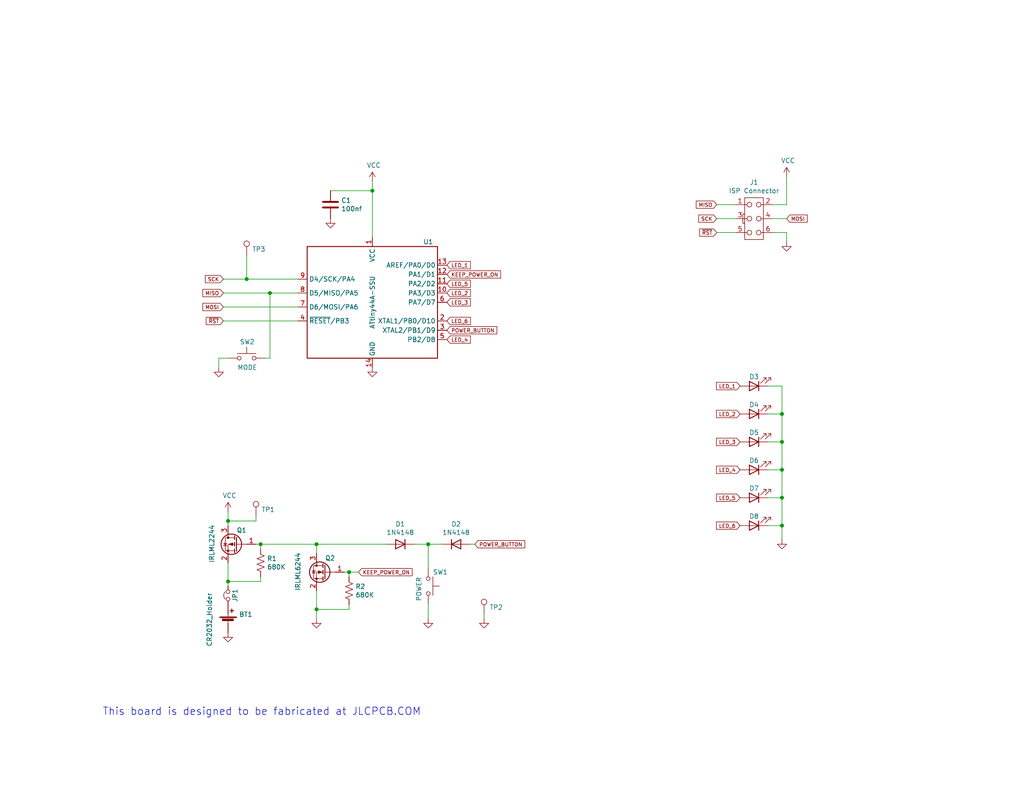
<source format=kicad_sch>
(kicad_sch (version 20211123) (generator eeschema)

  (uuid f8fc38ec-0b98-40bc-ae2f-e5cc29973bca)

  (paper "A")

  (title_block
    (title "Design for Manufacturing - Night Light")
    (date "7/11/2021")
    (rev "Rev 2.0")
    (company "Olin College of Engineering")
    (comment 1 "Designed by S. Reifel")
  )

  (lib_symbols
    (symbol "@CustomSymbols:ATtiny84A-PU" (in_bom yes) (on_board yes)
      (property "Reference" "U" (id 0) (at -16.51 16.51 0)
        (effects (font (size 1.27 1.27)) (justify left bottom))
      )
      (property "Value" "ATtiny84A-PU" (id 1) (at -17.78 -16.51 0)
        (effects (font (size 1.27 1.27)) (justify left top))
      )
      (property "Footprint" "Package_DIP:DIP-14_W7.62mm" (id 2) (at 16.51 -17.78 0)
        (effects (font (size 1.27 1.27) italic) hide)
      )
      (property "Datasheet" "http://ww1.microchip.com/downloads/en/DeviceDoc/doc8006.pdf" (id 3) (at 0 0 0)
        (effects (font (size 1.27 1.27)) hide)
      )
      (property "ki_keywords" "AVR 8bit Microcontroller tinyAVR" (id 4) (at 0 0 0)
        (effects (font (size 1.27 1.27)) hide)
      )
      (property "ki_description" "10MHz, 2kB Flash, 128B SRAM, 128B EEPROM, debugWIRE, DIP-14" (id 5) (at 0 0 0)
        (effects (font (size 1.27 1.27)) hide)
      )
      (property "ki_fp_filters" "DIP*W7.62mm*" (id 6) (at 0 0 0)
        (effects (font (size 1.27 1.27)) hide)
      )
      (symbol "ATtiny84A-PU_0_1"
        (rectangle (start -17.78 -15.24) (end 17.78 15.24)
          (stroke (width 0.254) (type default) (color 0 0 0 0))
          (fill (type none))
        )
      )
      (symbol "ATtiny84A-PU_1_1"
        (pin power_in line (at 0 17.78 270) (length 2.54)
          (name "VCC" (effects (font (size 1.27 1.27))))
          (number "1" (effects (font (size 1.27 1.27))))
        )
        (pin bidirectional line (at 20.32 2.54 180) (length 2.54)
          (name "PA3/D3" (effects (font (size 1.27 1.27))))
          (number "10" (effects (font (size 1.27 1.27))))
        )
        (pin bidirectional line (at 20.32 5.08 180) (length 2.54)
          (name "PA2/D2" (effects (font (size 1.27 1.27))))
          (number "11" (effects (font (size 1.27 1.27))))
        )
        (pin bidirectional line (at 20.32 7.62 180) (length 2.54)
          (name "PA1/D1" (effects (font (size 1.27 1.27))))
          (number "12" (effects (font (size 1.27 1.27))))
        )
        (pin bidirectional line (at 20.32 10.16 180) (length 2.54)
          (name "AREF/PA0/D0" (effects (font (size 1.27 1.27))))
          (number "13" (effects (font (size 1.27 1.27))))
        )
        (pin power_in line (at 0 -17.78 90) (length 2.54)
          (name "GND" (effects (font (size 1.27 1.27))))
          (number "14" (effects (font (size 1.27 1.27))))
        )
        (pin bidirectional line (at 20.32 -5.08 180) (length 2.54)
          (name "XTAL1/PB0/D10" (effects (font (size 1.27 1.27))))
          (number "2" (effects (font (size 1.27 1.27))))
        )
        (pin bidirectional line (at 20.32 -7.62 180) (length 2.54)
          (name "XTAL2/PB1/D9" (effects (font (size 1.27 1.27))))
          (number "3" (effects (font (size 1.27 1.27))))
        )
        (pin bidirectional line (at -20.32 -5.08 0) (length 2.54)
          (name "~{RESET}/PB3" (effects (font (size 1.27 1.27))))
          (number "4" (effects (font (size 1.27 1.27))))
        )
        (pin bidirectional line (at 20.32 -10.16 180) (length 2.54)
          (name "PB2/D8" (effects (font (size 1.27 1.27))))
          (number "5" (effects (font (size 1.27 1.27))))
        )
        (pin bidirectional line (at 20.32 0 180) (length 2.54)
          (name "PA7/D7" (effects (font (size 1.27 1.27))))
          (number "6" (effects (font (size 1.27 1.27))))
        )
        (pin bidirectional line (at -20.32 -1.27 0) (length 2.54)
          (name "D6/MOSI/PA6" (effects (font (size 1.27 1.27))))
          (number "7" (effects (font (size 1.27 1.27))))
        )
        (pin bidirectional line (at -20.32 2.54 0) (length 2.54)
          (name "D5/MISO/PA5" (effects (font (size 1.27 1.27))))
          (number "8" (effects (font (size 1.27 1.27))))
        )
        (pin bidirectional line (at -20.32 6.35 0) (length 2.54)
          (name "D4/SCK/PA4" (effects (font (size 1.27 1.27))))
          (number "9" (effects (font (size 1.27 1.27))))
        )
      )
    )
    (symbol "@CustomSymbols:ISP_Connector" (pin_names (offset 1.016)) (in_bom yes) (on_board yes)
      (property "Reference" "J" (id 0) (at 0 13.97 0)
        (effects (font (size 1.27 1.27)))
      )
      (property "Value" "ISP_Connector" (id 1) (at 0 11.43 0)
        (effects (font (size 1.27 1.27)))
      )
      (property "Footprint" "" (id 2) (at -2.54 0 0)
        (effects (font (size 1.27 1.27)) hide)
      )
      (property "Datasheet" "" (id 3) (at -2.54 0 0)
        (effects (font (size 1.27 1.27)) hide)
      )
      (symbol "ISP_Connector_0_1"
        (rectangle (start -2.54 1.27) (end -3.048 -1.27)
          (stroke (width 0) (type default) (color 0 0 0 0))
          (fill (type none))
        )
        (rectangle (start -2.54 5.715) (end 2.54 -5.715)
          (stroke (width 0) (type default) (color 0 0 0 0))
          (fill (type none))
        )
        (circle (center -1.27 -3.81) (radius 0.635)
          (stroke (width 0) (type default) (color 0 0 0 0))
          (fill (type none))
        )
        (circle (center -1.27 0) (radius 0.635)
          (stroke (width 0) (type default) (color 0 0 0 0))
          (fill (type none))
        )
        (circle (center -1.27 3.81) (radius 0.635)
          (stroke (width 0) (type default) (color 0 0 0 0))
          (fill (type none))
        )
        (polyline
          (pts
            (xy -1.905 -3.81)
            (xy -2.54 -3.81)
          )
          (stroke (width 0) (type default) (color 0 0 0 0))
          (fill (type none))
        )
        (polyline
          (pts
            (xy -1.905 0)
            (xy -2.54 0)
          )
          (stroke (width 0) (type default) (color 0 0 0 0))
          (fill (type none))
        )
        (polyline
          (pts
            (xy -1.905 3.81)
            (xy -2.54 3.81)
          )
          (stroke (width 0) (type default) (color 0 0 0 0))
          (fill (type none))
        )
        (polyline
          (pts
            (xy 2.54 -3.81)
            (xy 1.905 -3.81)
          )
          (stroke (width 0) (type default) (color 0 0 0 0))
          (fill (type none))
        )
        (polyline
          (pts
            (xy 2.54 0)
            (xy 1.905 0)
          )
          (stroke (width 0) (type default) (color 0 0 0 0))
          (fill (type none))
        )
        (polyline
          (pts
            (xy 2.54 3.81)
            (xy 1.905 3.81)
          )
          (stroke (width 0) (type default) (color 0 0 0 0))
          (fill (type none))
        )
        (circle (center 1.27 -3.81) (radius 0.635)
          (stroke (width 0) (type default) (color 0 0 0 0))
          (fill (type none))
        )
        (circle (center 1.27 0) (radius 0.635)
          (stroke (width 0) (type default) (color 0 0 0 0))
          (fill (type none))
        )
        (circle (center 1.27 3.81) (radius 0.635)
          (stroke (width 0) (type default) (color 0 0 0 0))
          (fill (type none))
        )
      )
      (symbol "ISP_Connector_1_1"
        (pin bidirectional line (at -5.08 3.81 0) (length 2.54)
          (name "~" (effects (font (size 1.27 1.27))))
          (number "1" (effects (font (size 1.27 1.27))))
        )
        (pin bidirectional line (at 5.08 3.81 180) (length 2.54)
          (name "~" (effects (font (size 1.27 1.27))))
          (number "2" (effects (font (size 1.27 1.27))))
        )
        (pin bidirectional line (at -5.08 0 0) (length 2.54)
          (name "~" (effects (font (size 1.27 1.27))))
          (number "3" (effects (font (size 1.27 1.27))))
        )
        (pin bidirectional line (at 5.08 0 180) (length 2.54)
          (name "~" (effects (font (size 1.27 1.27))))
          (number "4" (effects (font (size 1.27 1.27))))
        )
        (pin bidirectional line (at -5.08 -3.81 0) (length 2.54)
          (name "~" (effects (font (size 1.27 1.27))))
          (number "5" (effects (font (size 1.27 1.27))))
        )
        (pin bidirectional line (at 5.08 -3.81 180) (length 2.54)
          (name "~" (effects (font (size 1.27 1.27))))
          (number "6" (effects (font (size 1.27 1.27))))
        )
      )
    )
    (symbol "Connector:TestPoint" (pin_numbers hide) (pin_names (offset 0.762) hide) (in_bom yes) (on_board yes)
      (property "Reference" "TP" (id 0) (at 0 6.858 0)
        (effects (font (size 1.27 1.27)))
      )
      (property "Value" "TestPoint" (id 1) (at 0 5.08 0)
        (effects (font (size 1.27 1.27)))
      )
      (property "Footprint" "" (id 2) (at 5.08 0 0)
        (effects (font (size 1.27 1.27)) hide)
      )
      (property "Datasheet" "~" (id 3) (at 5.08 0 0)
        (effects (font (size 1.27 1.27)) hide)
      )
      (property "ki_keywords" "test point tp" (id 4) (at 0 0 0)
        (effects (font (size 1.27 1.27)) hide)
      )
      (property "ki_description" "test point" (id 5) (at 0 0 0)
        (effects (font (size 1.27 1.27)) hide)
      )
      (property "ki_fp_filters" "Pin* Test*" (id 6) (at 0 0 0)
        (effects (font (size 1.27 1.27)) hide)
      )
      (symbol "TestPoint_0_1"
        (circle (center 0 3.302) (radius 0.762)
          (stroke (width 0) (type default) (color 0 0 0 0))
          (fill (type none))
        )
      )
      (symbol "TestPoint_1_1"
        (pin passive line (at 0 0 90) (length 2.54)
          (name "1" (effects (font (size 1.27 1.27))))
          (number "1" (effects (font (size 1.27 1.27))))
        )
      )
    )
    (symbol "Device:Battery_Cell" (pin_numbers hide) (pin_names (offset 0) hide) (in_bom yes) (on_board yes)
      (property "Reference" "BT" (id 0) (at 2.54 2.54 0)
        (effects (font (size 1.27 1.27)) (justify left))
      )
      (property "Value" "Battery_Cell" (id 1) (at 2.54 0 0)
        (effects (font (size 1.27 1.27)) (justify left))
      )
      (property "Footprint" "" (id 2) (at 0 1.524 90)
        (effects (font (size 1.27 1.27)) hide)
      )
      (property "Datasheet" "~" (id 3) (at 0 1.524 90)
        (effects (font (size 1.27 1.27)) hide)
      )
      (property "ki_keywords" "battery cell" (id 4) (at 0 0 0)
        (effects (font (size 1.27 1.27)) hide)
      )
      (property "ki_description" "Single-cell battery" (id 5) (at 0 0 0)
        (effects (font (size 1.27 1.27)) hide)
      )
      (symbol "Battery_Cell_0_1"
        (rectangle (start -2.286 1.778) (end 2.286 1.524)
          (stroke (width 0) (type default) (color 0 0 0 0))
          (fill (type outline))
        )
        (rectangle (start -1.5748 1.1938) (end 1.4732 0.6858)
          (stroke (width 0) (type default) (color 0 0 0 0))
          (fill (type outline))
        )
        (polyline
          (pts
            (xy 0 0.762)
            (xy 0 0)
          )
          (stroke (width 0) (type default) (color 0 0 0 0))
          (fill (type none))
        )
        (polyline
          (pts
            (xy 0 1.778)
            (xy 0 2.54)
          )
          (stroke (width 0) (type default) (color 0 0 0 0))
          (fill (type none))
        )
        (polyline
          (pts
            (xy 0.508 3.429)
            (xy 1.524 3.429)
          )
          (stroke (width 0.254) (type default) (color 0 0 0 0))
          (fill (type none))
        )
        (polyline
          (pts
            (xy 1.016 3.937)
            (xy 1.016 2.921)
          )
          (stroke (width 0.254) (type default) (color 0 0 0 0))
          (fill (type none))
        )
      )
      (symbol "Battery_Cell_1_1"
        (pin passive line (at 0 5.08 270) (length 2.54)
          (name "+" (effects (font (size 1.27 1.27))))
          (number "1" (effects (font (size 1.27 1.27))))
        )
        (pin passive line (at 0 -2.54 90) (length 2.54)
          (name "-" (effects (font (size 1.27 1.27))))
          (number "2" (effects (font (size 1.27 1.27))))
        )
      )
    )
    (symbol "Device:C" (pin_numbers hide) (pin_names (offset 0.254)) (in_bom yes) (on_board yes)
      (property "Reference" "C" (id 0) (at 0.635 2.54 0)
        (effects (font (size 1.27 1.27)) (justify left))
      )
      (property "Value" "C" (id 1) (at 0.635 -2.54 0)
        (effects (font (size 1.27 1.27)) (justify left))
      )
      (property "Footprint" "" (id 2) (at 0.9652 -3.81 0)
        (effects (font (size 1.27 1.27)) hide)
      )
      (property "Datasheet" "~" (id 3) (at 0 0 0)
        (effects (font (size 1.27 1.27)) hide)
      )
      (property "ki_keywords" "cap capacitor" (id 4) (at 0 0 0)
        (effects (font (size 1.27 1.27)) hide)
      )
      (property "ki_description" "Unpolarized capacitor" (id 5) (at 0 0 0)
        (effects (font (size 1.27 1.27)) hide)
      )
      (property "ki_fp_filters" "C_*" (id 6) (at 0 0 0)
        (effects (font (size 1.27 1.27)) hide)
      )
      (symbol "C_0_1"
        (polyline
          (pts
            (xy -2.032 -0.762)
            (xy 2.032 -0.762)
          )
          (stroke (width 0.508) (type default) (color 0 0 0 0))
          (fill (type none))
        )
        (polyline
          (pts
            (xy -2.032 0.762)
            (xy 2.032 0.762)
          )
          (stroke (width 0.508) (type default) (color 0 0 0 0))
          (fill (type none))
        )
      )
      (symbol "C_1_1"
        (pin passive line (at 0 3.81 270) (length 2.794)
          (name "~" (effects (font (size 1.27 1.27))))
          (number "1" (effects (font (size 1.27 1.27))))
        )
        (pin passive line (at 0 -3.81 90) (length 2.794)
          (name "~" (effects (font (size 1.27 1.27))))
          (number "2" (effects (font (size 1.27 1.27))))
        )
      )
    )
    (symbol "Device:Jumper_NC_Small" (pin_numbers hide) (pin_names (offset 0.762) hide) (in_bom yes) (on_board yes)
      (property "Reference" "JP" (id 0) (at 0 2.032 0)
        (effects (font (size 1.27 1.27)))
      )
      (property "Value" "Device_Jumper_NC_Small" (id 1) (at 0.254 -1.524 0)
        (effects (font (size 1.27 1.27)))
      )
      (property "Footprint" "" (id 2) (at 0 0 0)
        (effects (font (size 1.27 1.27)) hide)
      )
      (property "Datasheet" "" (id 3) (at 0 0 0)
        (effects (font (size 1.27 1.27)) hide)
      )
      (property "ki_fp_filters" "SolderJumper*Bridged* Jumper* TestPoint*2Pads* TestPoint*Bridge*" (id 4) (at 0 0 0)
        (effects (font (size 1.27 1.27)) hide)
      )
      (symbol "Jumper_NC_Small_0_1"
        (circle (center -1.016 0) (radius 0.508)
          (stroke (width 0) (type default) (color 0 0 0 0))
          (fill (type none))
        )
        (circle (center 1.016 0) (radius 0.508)
          (stroke (width 0) (type default) (color 0 0 0 0))
          (fill (type none))
        )
        (arc (start 1.016 0.762) (mid 0 1.1828) (end -1.016 0.762)
          (stroke (width 0) (type default) (color 0 0 0 0))
          (fill (type none))
        )
        (pin passive line (at -2.54 0 0) (length 1.016)
          (name "1" (effects (font (size 1.27 1.27))))
          (number "1" (effects (font (size 1.27 1.27))))
        )
        (pin passive line (at 2.54 0 180) (length 1.016)
          (name "2" (effects (font (size 1.27 1.27))))
          (number "2" (effects (font (size 1.27 1.27))))
        )
      )
    )
    (symbol "Device:LED" (pin_numbers hide) (pin_names (offset 1.016) hide) (in_bom yes) (on_board yes)
      (property "Reference" "D" (id 0) (at 0 2.54 0)
        (effects (font (size 1.27 1.27)))
      )
      (property "Value" "LED" (id 1) (at 0 -2.54 0)
        (effects (font (size 1.27 1.27)))
      )
      (property "Footprint" "" (id 2) (at 0 0 0)
        (effects (font (size 1.27 1.27)) hide)
      )
      (property "Datasheet" "~" (id 3) (at 0 0 0)
        (effects (font (size 1.27 1.27)) hide)
      )
      (property "ki_keywords" "LED diode" (id 4) (at 0 0 0)
        (effects (font (size 1.27 1.27)) hide)
      )
      (property "ki_description" "Light emitting diode" (id 5) (at 0 0 0)
        (effects (font (size 1.27 1.27)) hide)
      )
      (property "ki_fp_filters" "LED* LED_SMD:* LED_THT:*" (id 6) (at 0 0 0)
        (effects (font (size 1.27 1.27)) hide)
      )
      (symbol "LED_0_1"
        (polyline
          (pts
            (xy -1.27 -1.27)
            (xy -1.27 1.27)
          )
          (stroke (width 0.254) (type default) (color 0 0 0 0))
          (fill (type none))
        )
        (polyline
          (pts
            (xy -1.27 0)
            (xy 1.27 0)
          )
          (stroke (width 0) (type default) (color 0 0 0 0))
          (fill (type none))
        )
        (polyline
          (pts
            (xy 1.27 -1.27)
            (xy 1.27 1.27)
            (xy -1.27 0)
            (xy 1.27 -1.27)
          )
          (stroke (width 0.254) (type default) (color 0 0 0 0))
          (fill (type none))
        )
        (polyline
          (pts
            (xy -3.048 -0.762)
            (xy -4.572 -2.286)
            (xy -3.81 -2.286)
            (xy -4.572 -2.286)
            (xy -4.572 -1.524)
          )
          (stroke (width 0) (type default) (color 0 0 0 0))
          (fill (type none))
        )
        (polyline
          (pts
            (xy -1.778 -0.762)
            (xy -3.302 -2.286)
            (xy -2.54 -2.286)
            (xy -3.302 -2.286)
            (xy -3.302 -1.524)
          )
          (stroke (width 0) (type default) (color 0 0 0 0))
          (fill (type none))
        )
      )
      (symbol "LED_1_1"
        (pin passive line (at -3.81 0 0) (length 2.54)
          (name "K" (effects (font (size 1.27 1.27))))
          (number "1" (effects (font (size 1.27 1.27))))
        )
        (pin passive line (at 3.81 0 180) (length 2.54)
          (name "A" (effects (font (size 1.27 1.27))))
          (number "2" (effects (font (size 1.27 1.27))))
        )
      )
    )
    (symbol "Device:R_US" (pin_numbers hide) (pin_names (offset 0)) (in_bom yes) (on_board yes)
      (property "Reference" "R" (id 0) (at 2.54 0 90)
        (effects (font (size 1.27 1.27)))
      )
      (property "Value" "R_US" (id 1) (at -2.54 0 90)
        (effects (font (size 1.27 1.27)))
      )
      (property "Footprint" "" (id 2) (at 1.016 -0.254 90)
        (effects (font (size 1.27 1.27)) hide)
      )
      (property "Datasheet" "~" (id 3) (at 0 0 0)
        (effects (font (size 1.27 1.27)) hide)
      )
      (property "ki_keywords" "R res resistor" (id 4) (at 0 0 0)
        (effects (font (size 1.27 1.27)) hide)
      )
      (property "ki_description" "Resistor, US symbol" (id 5) (at 0 0 0)
        (effects (font (size 1.27 1.27)) hide)
      )
      (property "ki_fp_filters" "R_*" (id 6) (at 0 0 0)
        (effects (font (size 1.27 1.27)) hide)
      )
      (symbol "R_US_0_1"
        (polyline
          (pts
            (xy 0 -2.286)
            (xy 0 -2.54)
          )
          (stroke (width 0) (type default) (color 0 0 0 0))
          (fill (type none))
        )
        (polyline
          (pts
            (xy 0 2.286)
            (xy 0 2.54)
          )
          (stroke (width 0) (type default) (color 0 0 0 0))
          (fill (type none))
        )
        (polyline
          (pts
            (xy 0 -0.762)
            (xy 1.016 -1.143)
            (xy 0 -1.524)
            (xy -1.016 -1.905)
            (xy 0 -2.286)
          )
          (stroke (width 0) (type default) (color 0 0 0 0))
          (fill (type none))
        )
        (polyline
          (pts
            (xy 0 0.762)
            (xy 1.016 0.381)
            (xy 0 0)
            (xy -1.016 -0.381)
            (xy 0 -0.762)
          )
          (stroke (width 0) (type default) (color 0 0 0 0))
          (fill (type none))
        )
        (polyline
          (pts
            (xy 0 2.286)
            (xy 1.016 1.905)
            (xy 0 1.524)
            (xy -1.016 1.143)
            (xy 0 0.762)
          )
          (stroke (width 0) (type default) (color 0 0 0 0))
          (fill (type none))
        )
      )
      (symbol "R_US_1_1"
        (pin passive line (at 0 3.81 270) (length 1.27)
          (name "~" (effects (font (size 1.27 1.27))))
          (number "1" (effects (font (size 1.27 1.27))))
        )
        (pin passive line (at 0 -3.81 90) (length 1.27)
          (name "~" (effects (font (size 1.27 1.27))))
          (number "2" (effects (font (size 1.27 1.27))))
        )
      )
    )
    (symbol "Diode:1N4148W" (pin_numbers hide) (pin_names (offset 1.016) hide) (in_bom yes) (on_board yes)
      (property "Reference" "D" (id 0) (at 0 2.54 0)
        (effects (font (size 1.27 1.27)))
      )
      (property "Value" "1N4148W" (id 1) (at 0 -2.54 0)
        (effects (font (size 1.27 1.27)))
      )
      (property "Footprint" "Diode_SMD:D_SOD-123" (id 2) (at 0 -4.445 0)
        (effects (font (size 1.27 1.27)) hide)
      )
      (property "Datasheet" "https://www.vishay.com/docs/85748/1n4148w.pdf" (id 3) (at 0 0 0)
        (effects (font (size 1.27 1.27)) hide)
      )
      (property "ki_keywords" "diode" (id 4) (at 0 0 0)
        (effects (font (size 1.27 1.27)) hide)
      )
      (property "ki_description" "75V 0.15A Fast Switching Diode, SOD-123" (id 5) (at 0 0 0)
        (effects (font (size 1.27 1.27)) hide)
      )
      (property "ki_fp_filters" "D*SOD?123*" (id 6) (at 0 0 0)
        (effects (font (size 1.27 1.27)) hide)
      )
      (symbol "1N4148W_0_1"
        (polyline
          (pts
            (xy -1.27 1.27)
            (xy -1.27 -1.27)
          )
          (stroke (width 0.254) (type default) (color 0 0 0 0))
          (fill (type none))
        )
        (polyline
          (pts
            (xy 1.27 0)
            (xy -1.27 0)
          )
          (stroke (width 0) (type default) (color 0 0 0 0))
          (fill (type none))
        )
        (polyline
          (pts
            (xy 1.27 1.27)
            (xy 1.27 -1.27)
            (xy -1.27 0)
            (xy 1.27 1.27)
          )
          (stroke (width 0.254) (type default) (color 0 0 0 0))
          (fill (type none))
        )
      )
      (symbol "1N4148W_1_1"
        (pin passive line (at -3.81 0 0) (length 2.54)
          (name "K" (effects (font (size 1.27 1.27))))
          (number "1" (effects (font (size 1.27 1.27))))
        )
        (pin passive line (at 3.81 0 180) (length 2.54)
          (name "A" (effects (font (size 1.27 1.27))))
          (number "2" (effects (font (size 1.27 1.27))))
        )
      )
    )
    (symbol "Switch:SW_Push" (pin_numbers hide) (pin_names (offset 1.016) hide) (in_bom yes) (on_board yes)
      (property "Reference" "SW" (id 0) (at 1.27 2.54 0)
        (effects (font (size 1.27 1.27)) (justify left))
      )
      (property "Value" "SW_Push" (id 1) (at 0 -1.524 0)
        (effects (font (size 1.27 1.27)))
      )
      (property "Footprint" "" (id 2) (at 0 5.08 0)
        (effects (font (size 1.27 1.27)) hide)
      )
      (property "Datasheet" "~" (id 3) (at 0 5.08 0)
        (effects (font (size 1.27 1.27)) hide)
      )
      (property "ki_keywords" "switch normally-open pushbutton push-button" (id 4) (at 0 0 0)
        (effects (font (size 1.27 1.27)) hide)
      )
      (property "ki_description" "Push button switch, generic, two pins" (id 5) (at 0 0 0)
        (effects (font (size 1.27 1.27)) hide)
      )
      (symbol "SW_Push_0_1"
        (circle (center -2.032 0) (radius 0.508)
          (stroke (width 0) (type default) (color 0 0 0 0))
          (fill (type none))
        )
        (polyline
          (pts
            (xy 0 1.27)
            (xy 0 3.048)
          )
          (stroke (width 0) (type default) (color 0 0 0 0))
          (fill (type none))
        )
        (polyline
          (pts
            (xy 2.54 1.27)
            (xy -2.54 1.27)
          )
          (stroke (width 0) (type default) (color 0 0 0 0))
          (fill (type none))
        )
        (circle (center 2.032 0) (radius 0.508)
          (stroke (width 0) (type default) (color 0 0 0 0))
          (fill (type none))
        )
        (pin passive line (at -5.08 0 0) (length 2.54)
          (name "1" (effects (font (size 1.27 1.27))))
          (number "1" (effects (font (size 1.27 1.27))))
        )
        (pin passive line (at 5.08 0 180) (length 2.54)
          (name "2" (effects (font (size 1.27 1.27))))
          (number "2" (effects (font (size 1.27 1.27))))
        )
      )
    )
    (symbol "Transistor_FET:IRLML2060" (pin_names hide) (in_bom yes) (on_board yes)
      (property "Reference" "Q" (id 0) (at 5.08 1.905 0)
        (effects (font (size 1.27 1.27)) (justify left))
      )
      (property "Value" "IRLML2060" (id 1) (at 5.08 0 0)
        (effects (font (size 1.27 1.27)) (justify left))
      )
      (property "Footprint" "Package_TO_SOT_SMD:SOT-23" (id 2) (at 5.08 -1.905 0)
        (effects (font (size 1.27 1.27) italic) (justify left) hide)
      )
      (property "Datasheet" "https://www.infineon.com/dgdl/irlml2060pbf.pdf?fileId=5546d462533600a401535664b7fb25ee" (id 3) (at 0 0 0)
        (effects (font (size 1.27 1.27)) (justify left) hide)
      )
      (property "ki_keywords" "N-Channel HEXFET MOSFET" (id 4) (at 0 0 0)
        (effects (font (size 1.27 1.27)) hide)
      )
      (property "ki_description" "1.2A Id, 60V Vds, 480mOhm Rds, N-Channel HEXFET Power MOSFET, SOT-23" (id 5) (at 0 0 0)
        (effects (font (size 1.27 1.27)) hide)
      )
      (property "ki_fp_filters" "SOT?23*" (id 6) (at 0 0 0)
        (effects (font (size 1.27 1.27)) hide)
      )
      (symbol "IRLML2060_0_1"
        (polyline
          (pts
            (xy 0.254 0)
            (xy -2.54 0)
          )
          (stroke (width 0) (type default) (color 0 0 0 0))
          (fill (type none))
        )
        (polyline
          (pts
            (xy 0.254 1.905)
            (xy 0.254 -1.905)
          )
          (stroke (width 0.254) (type default) (color 0 0 0 0))
          (fill (type none))
        )
        (polyline
          (pts
            (xy 0.762 -1.27)
            (xy 0.762 -2.286)
          )
          (stroke (width 0.254) (type default) (color 0 0 0 0))
          (fill (type none))
        )
        (polyline
          (pts
            (xy 0.762 0.508)
            (xy 0.762 -0.508)
          )
          (stroke (width 0.254) (type default) (color 0 0 0 0))
          (fill (type none))
        )
        (polyline
          (pts
            (xy 0.762 2.286)
            (xy 0.762 1.27)
          )
          (stroke (width 0.254) (type default) (color 0 0 0 0))
          (fill (type none))
        )
        (polyline
          (pts
            (xy 2.54 2.54)
            (xy 2.54 1.778)
          )
          (stroke (width 0) (type default) (color 0 0 0 0))
          (fill (type none))
        )
        (polyline
          (pts
            (xy 2.54 -2.54)
            (xy 2.54 0)
            (xy 0.762 0)
          )
          (stroke (width 0) (type default) (color 0 0 0 0))
          (fill (type none))
        )
        (polyline
          (pts
            (xy 0.762 -1.778)
            (xy 3.302 -1.778)
            (xy 3.302 1.778)
            (xy 0.762 1.778)
          )
          (stroke (width 0) (type default) (color 0 0 0 0))
          (fill (type none))
        )
        (polyline
          (pts
            (xy 1.016 0)
            (xy 2.032 0.381)
            (xy 2.032 -0.381)
            (xy 1.016 0)
          )
          (stroke (width 0) (type default) (color 0 0 0 0))
          (fill (type outline))
        )
        (polyline
          (pts
            (xy 2.794 0.508)
            (xy 2.921 0.381)
            (xy 3.683 0.381)
            (xy 3.81 0.254)
          )
          (stroke (width 0) (type default) (color 0 0 0 0))
          (fill (type none))
        )
        (polyline
          (pts
            (xy 3.302 0.381)
            (xy 2.921 -0.254)
            (xy 3.683 -0.254)
            (xy 3.302 0.381)
          )
          (stroke (width 0) (type default) (color 0 0 0 0))
          (fill (type none))
        )
        (circle (center 1.651 0) (radius 2.794)
          (stroke (width 0.254) (type default) (color 0 0 0 0))
          (fill (type none))
        )
        (circle (center 2.54 -1.778) (radius 0.254)
          (stroke (width 0) (type default) (color 0 0 0 0))
          (fill (type outline))
        )
        (circle (center 2.54 1.778) (radius 0.254)
          (stroke (width 0) (type default) (color 0 0 0 0))
          (fill (type outline))
        )
      )
      (symbol "IRLML2060_1_1"
        (pin input line (at -5.08 0 0) (length 2.54)
          (name "G" (effects (font (size 1.27 1.27))))
          (number "1" (effects (font (size 1.27 1.27))))
        )
        (pin passive line (at 2.54 -5.08 90) (length 2.54)
          (name "S" (effects (font (size 1.27 1.27))))
          (number "2" (effects (font (size 1.27 1.27))))
        )
        (pin passive line (at 2.54 5.08 270) (length 2.54)
          (name "D" (effects (font (size 1.27 1.27))))
          (number "3" (effects (font (size 1.27 1.27))))
        )
      )
    )
    (symbol "Transistor_FET:IRLML6402" (pin_names hide) (in_bom yes) (on_board yes)
      (property "Reference" "Q" (id 0) (at 5.08 1.905 0)
        (effects (font (size 1.27 1.27)) (justify left))
      )
      (property "Value" "IRLML6402" (id 1) (at 5.08 0 0)
        (effects (font (size 1.27 1.27)) (justify left))
      )
      (property "Footprint" "Package_TO_SOT_SMD:SOT-23" (id 2) (at 5.08 -1.905 0)
        (effects (font (size 1.27 1.27) italic) (justify left) hide)
      )
      (property "Datasheet" "https://www.infineon.com/dgdl/irlml6402pbf.pdf?fileId=5546d462533600a401535668d5c2263c" (id 3) (at 0 0 0)
        (effects (font (size 1.27 1.27)) (justify left) hide)
      )
      (property "ki_keywords" "P-Channel HEXFET MOSFET" (id 4) (at 0 0 0)
        (effects (font (size 1.27 1.27)) hide)
      )
      (property "ki_description" "-3.7A Id, -20V Vds, 65mOhm Rds, P-Channel HEXFET Power MOSFET, SOT-23" (id 5) (at 0 0 0)
        (effects (font (size 1.27 1.27)) hide)
      )
      (property "ki_fp_filters" "SOT?23*" (id 6) (at 0 0 0)
        (effects (font (size 1.27 1.27)) hide)
      )
      (symbol "IRLML6402_0_1"
        (polyline
          (pts
            (xy 0.254 0)
            (xy -2.54 0)
          )
          (stroke (width 0) (type default) (color 0 0 0 0))
          (fill (type none))
        )
        (polyline
          (pts
            (xy 0.254 1.905)
            (xy 0.254 -1.905)
          )
          (stroke (width 0.254) (type default) (color 0 0 0 0))
          (fill (type none))
        )
        (polyline
          (pts
            (xy 0.762 -1.27)
            (xy 0.762 -2.286)
          )
          (stroke (width 0.254) (type default) (color 0 0 0 0))
          (fill (type none))
        )
        (polyline
          (pts
            (xy 0.762 0.508)
            (xy 0.762 -0.508)
          )
          (stroke (width 0.254) (type default) (color 0 0 0 0))
          (fill (type none))
        )
        (polyline
          (pts
            (xy 0.762 2.286)
            (xy 0.762 1.27)
          )
          (stroke (width 0.254) (type default) (color 0 0 0 0))
          (fill (type none))
        )
        (polyline
          (pts
            (xy 2.54 2.54)
            (xy 2.54 1.778)
          )
          (stroke (width 0) (type default) (color 0 0 0 0))
          (fill (type none))
        )
        (polyline
          (pts
            (xy 2.54 -2.54)
            (xy 2.54 0)
            (xy 0.762 0)
          )
          (stroke (width 0) (type default) (color 0 0 0 0))
          (fill (type none))
        )
        (polyline
          (pts
            (xy 0.762 1.778)
            (xy 3.302 1.778)
            (xy 3.302 -1.778)
            (xy 0.762 -1.778)
          )
          (stroke (width 0) (type default) (color 0 0 0 0))
          (fill (type none))
        )
        (polyline
          (pts
            (xy 2.286 0)
            (xy 1.27 0.381)
            (xy 1.27 -0.381)
            (xy 2.286 0)
          )
          (stroke (width 0) (type default) (color 0 0 0 0))
          (fill (type outline))
        )
        (polyline
          (pts
            (xy 2.794 -0.508)
            (xy 2.921 -0.381)
            (xy 3.683 -0.381)
            (xy 3.81 -0.254)
          )
          (stroke (width 0) (type default) (color 0 0 0 0))
          (fill (type none))
        )
        (polyline
          (pts
            (xy 3.302 -0.381)
            (xy 2.921 0.254)
            (xy 3.683 0.254)
            (xy 3.302 -0.381)
          )
          (stroke (width 0) (type default) (color 0 0 0 0))
          (fill (type none))
        )
        (circle (center 1.651 0) (radius 2.794)
          (stroke (width 0.254) (type default) (color 0 0 0 0))
          (fill (type none))
        )
        (circle (center 2.54 -1.778) (radius 0.254)
          (stroke (width 0) (type default) (color 0 0 0 0))
          (fill (type outline))
        )
        (circle (center 2.54 1.778) (radius 0.254)
          (stroke (width 0) (type default) (color 0 0 0 0))
          (fill (type outline))
        )
      )
      (symbol "IRLML6402_1_1"
        (pin input line (at -5.08 0 0) (length 2.54)
          (name "G" (effects (font (size 1.27 1.27))))
          (number "1" (effects (font (size 1.27 1.27))))
        )
        (pin passive line (at 2.54 -5.08 90) (length 2.54)
          (name "S" (effects (font (size 1.27 1.27))))
          (number "2" (effects (font (size 1.27 1.27))))
        )
        (pin passive line (at 2.54 5.08 270) (length 2.54)
          (name "D" (effects (font (size 1.27 1.27))))
          (number "3" (effects (font (size 1.27 1.27))))
        )
      )
    )
    (symbol "power:GND" (power) (pin_names (offset 0)) (in_bom yes) (on_board yes)
      (property "Reference" "#PWR" (id 0) (at 0 -6.35 0)
        (effects (font (size 1.27 1.27)) hide)
      )
      (property "Value" "GND" (id 1) (at 0 -3.81 0)
        (effects (font (size 1.27 1.27)))
      )
      (property "Footprint" "" (id 2) (at 0 0 0)
        (effects (font (size 1.27 1.27)) hide)
      )
      (property "Datasheet" "" (id 3) (at 0 0 0)
        (effects (font (size 1.27 1.27)) hide)
      )
      (property "ki_keywords" "power-flag" (id 4) (at 0 0 0)
        (effects (font (size 1.27 1.27)) hide)
      )
      (property "ki_description" "Power symbol creates a global label with name \"GND\" , ground" (id 5) (at 0 0 0)
        (effects (font (size 1.27 1.27)) hide)
      )
      (symbol "GND_0_1"
        (polyline
          (pts
            (xy 0 0)
            (xy 0 -1.27)
            (xy 1.27 -1.27)
            (xy 0 -2.54)
            (xy -1.27 -1.27)
            (xy 0 -1.27)
          )
          (stroke (width 0) (type default) (color 0 0 0 0))
          (fill (type none))
        )
      )
      (symbol "GND_1_1"
        (pin power_in line (at 0 0 270) (length 0) hide
          (name "GND" (effects (font (size 1.27 1.27))))
          (number "1" (effects (font (size 1.27 1.27))))
        )
      )
    )
    (symbol "power:VCC" (power) (pin_names (offset 0)) (in_bom yes) (on_board yes)
      (property "Reference" "#PWR" (id 0) (at 0 -3.81 0)
        (effects (font (size 1.27 1.27)) hide)
      )
      (property "Value" "VCC" (id 1) (at 0 3.81 0)
        (effects (font (size 1.27 1.27)))
      )
      (property "Footprint" "" (id 2) (at 0 0 0)
        (effects (font (size 1.27 1.27)) hide)
      )
      (property "Datasheet" "" (id 3) (at 0 0 0)
        (effects (font (size 1.27 1.27)) hide)
      )
      (property "ki_keywords" "power-flag" (id 4) (at 0 0 0)
        (effects (font (size 1.27 1.27)) hide)
      )
      (property "ki_description" "Power symbol creates a global label with name \"VCC\"" (id 5) (at 0 0 0)
        (effects (font (size 1.27 1.27)) hide)
      )
      (symbol "VCC_0_1"
        (polyline
          (pts
            (xy -0.762 1.27)
            (xy 0 2.54)
          )
          (stroke (width 0) (type default) (color 0 0 0 0))
          (fill (type none))
        )
        (polyline
          (pts
            (xy 0 0)
            (xy 0 2.54)
          )
          (stroke (width 0) (type default) (color 0 0 0 0))
          (fill (type none))
        )
        (polyline
          (pts
            (xy 0 2.54)
            (xy 0.762 1.27)
          )
          (stroke (width 0) (type default) (color 0 0 0 0))
          (fill (type none))
        )
      )
      (symbol "VCC_1_1"
        (pin power_in line (at 0 0 90) (length 0) hide
          (name "VCC" (effects (font (size 1.27 1.27))))
          (number "1" (effects (font (size 1.27 1.27))))
        )
      )
    )
  )

  (junction (at 62.23 158.75) (diameter 0) (color 0 0 0 0)
    (uuid 2035ea48-3ef5-4d7f-8c3c-50981b30c89a)
  )
  (junction (at 213.36 128.27) (diameter 0) (color 0 0 0 0)
    (uuid 25bc3602-3fb4-4a04-94e3-21ba22562c24)
  )
  (junction (at 62.23 142.24) (diameter 0) (color 0 0 0 0)
    (uuid 29bb7297-26fb-4776-9266-2355d022bab0)
  )
  (junction (at 67.31 76.2) (diameter 0) (color 0 0 0 0)
    (uuid 2c60448a-e30f-46b2-89e1-a44f51688efc)
  )
  (junction (at 213.36 143.51) (diameter 0) (color 0 0 0 0)
    (uuid 337e8520-cbd2-42c0-8d17-743bab17cbbd)
  )
  (junction (at 213.36 113.03) (diameter 0) (color 0 0 0 0)
    (uuid 49575217-40b0-4890-8acf-12982cca52b5)
  )
  (junction (at 213.36 135.89) (diameter 0) (color 0 0 0 0)
    (uuid 4a54c707-7b6f-4a3d-a74d-5e3526114aba)
  )
  (junction (at 116.84 148.59) (diameter 0) (color 0 0 0 0)
    (uuid 4d4fecdd-be4a-47e9-9085-2268d5852d8f)
  )
  (junction (at 86.36 148.59) (diameter 0) (color 0 0 0 0)
    (uuid 54212c01-b363-47b8-a145-45c40df316f4)
  )
  (junction (at 73.66 80.01) (diameter 0) (color 0 0 0 0)
    (uuid 576f00e6-a1be-45d3-9b93-e26d9e0fe306)
  )
  (junction (at 101.6 52.07) (diameter 0) (color 0 0 0 0)
    (uuid 96db52e2-6336-4f5e-846e-528c594d0509)
  )
  (junction (at 213.36 120.65) (diameter 0) (color 0 0 0 0)
    (uuid c1bac86f-cbf6-4c5b-b60d-c26fa73d9c09)
  )
  (junction (at 86.36 166.37) (diameter 0) (color 0 0 0 0)
    (uuid d4c9471f-7503-4339-928c-d1abae1eede6)
  )
  (junction (at 95.25 156.21) (diameter 0) (color 0 0 0 0)
    (uuid e091e263-c616-48ef-a460-465c70218987)
  )
  (junction (at 71.12 148.59) (diameter 0) (color 0 0 0 0)
    (uuid e97b5984-9f0f-43a4-9b8a-838eef4cceb2)
  )

  (wire (pts (xy 214.63 55.88) (xy 210.82 55.88))
    (stroke (width 0) (type default) (color 0 0 0 0))
    (uuid 00e38d63-5436-49db-81f5-697421f168fc)
  )
  (wire (pts (xy 73.66 97.79) (xy 73.66 80.01))
    (stroke (width 0) (type default) (color 0 0 0 0))
    (uuid 05f2859d-2820-4e84-b395-696011feb13b)
  )
  (wire (pts (xy 86.36 166.37) (xy 86.36 168.91))
    (stroke (width 0) (type default) (color 0 0 0 0))
    (uuid 1171ce37-6ad7-4662-bb68-5592c945ebf3)
  )
  (wire (pts (xy 95.25 166.37) (xy 86.36 166.37))
    (stroke (width 0) (type default) (color 0 0 0 0))
    (uuid 2454fd1b-3484-4838-8b7e-d26357238fe1)
  )
  (wire (pts (xy 209.55 120.65) (xy 213.36 120.65))
    (stroke (width 0) (type default) (color 0 0 0 0))
    (uuid 269f19c3-6824-45a8-be29-fa58d70cbb42)
  )
  (wire (pts (xy 213.36 113.03) (xy 213.36 120.65))
    (stroke (width 0) (type default) (color 0 0 0 0))
    (uuid 283c990c-ae5a-4e41-a3ad-b40ca29fe90e)
  )
  (wire (pts (xy 62.23 158.75) (xy 62.23 160.02))
    (stroke (width 0) (type default) (color 0 0 0 0))
    (uuid 2e90e294-82e1-45da-9bf1-b91dfe0dc8f6)
  )
  (wire (pts (xy 120.65 148.59) (xy 116.84 148.59))
    (stroke (width 0) (type default) (color 0 0 0 0))
    (uuid 3326423d-8df7-4a7e-a354-349430b8fbd7)
  )
  (wire (pts (xy 214.63 63.5) (xy 210.82 63.5))
    (stroke (width 0) (type default) (color 0 0 0 0))
    (uuid 38a501e2-0ee8-439d-bd02-e9e90e7503e9)
  )
  (wire (pts (xy 209.55 128.27) (xy 213.36 128.27))
    (stroke (width 0) (type default) (color 0 0 0 0))
    (uuid 38cfe839-c630-43d3-a9ec-6a89ba9e318a)
  )
  (wire (pts (xy 116.84 165.1) (xy 116.84 168.91))
    (stroke (width 0) (type default) (color 0 0 0 0))
    (uuid 3c5e5ea9-793d-46e3-86bc-5884c4490dc7)
  )
  (wire (pts (xy 129.54 148.59) (xy 128.27 148.59))
    (stroke (width 0) (type default) (color 0 0 0 0))
    (uuid 4185c36c-c66e-4dbd-be5d-841e551f4885)
  )
  (wire (pts (xy 132.08 167.64) (xy 132.08 168.91))
    (stroke (width 0) (type default) (color 0 0 0 0))
    (uuid 42ff012d-5eb7-42b9-bb45-415cf26799c6)
  )
  (wire (pts (xy 69.85 148.59) (xy 71.12 148.59))
    (stroke (width 0) (type default) (color 0 0 0 0))
    (uuid 477892a1-722e-4cda-bb6c-fcdb8ba5f93e)
  )
  (wire (pts (xy 213.36 128.27) (xy 213.36 135.89))
    (stroke (width 0) (type default) (color 0 0 0 0))
    (uuid 4aa97874-2fd2-414c-b381-9420384c2fd8)
  )
  (wire (pts (xy 60.96 83.82) (xy 81.28 83.82))
    (stroke (width 0) (type default) (color 0 0 0 0))
    (uuid 4b1fce17-dec7-457e-ba3b-a77604e77dc9)
  )
  (wire (pts (xy 213.36 105.41) (xy 213.36 113.03))
    (stroke (width 0) (type default) (color 0 0 0 0))
    (uuid 4cafb73d-1ad8-4d24-acf7-63d78095ae46)
  )
  (wire (pts (xy 71.12 157.48) (xy 71.12 158.75))
    (stroke (width 0) (type default) (color 0 0 0 0))
    (uuid 4d586a18-26c5-441e-a9ff-8125ee516126)
  )
  (wire (pts (xy 71.12 148.59) (xy 86.36 148.59))
    (stroke (width 0) (type default) (color 0 0 0 0))
    (uuid 4db55cb8-197b-4402-871f-ce582b65664b)
  )
  (wire (pts (xy 209.55 135.89) (xy 213.36 135.89))
    (stroke (width 0) (type default) (color 0 0 0 0))
    (uuid 5889287d-b845-4684-b23e-663811b25d27)
  )
  (wire (pts (xy 101.6 52.07) (xy 101.6 64.77))
    (stroke (width 0) (type default) (color 0 0 0 0))
    (uuid 59fc765e-1357-4c94-9529-5635418c7d73)
  )
  (wire (pts (xy 200.66 55.88) (xy 195.58 55.88))
    (stroke (width 0) (type default) (color 0 0 0 0))
    (uuid 626679e8-6101-4722-ac57-5b8d9dab4c8b)
  )
  (wire (pts (xy 210.82 59.69) (xy 214.63 59.69))
    (stroke (width 0) (type default) (color 0 0 0 0))
    (uuid 691af561-538d-4e8f-a916-26cad45eb7d6)
  )
  (wire (pts (xy 214.63 66.04) (xy 214.63 63.5))
    (stroke (width 0) (type default) (color 0 0 0 0))
    (uuid 70e4263f-d95a-4431-b3f3-cfc800c82056)
  )
  (wire (pts (xy 73.66 80.01) (xy 60.96 80.01))
    (stroke (width 0) (type default) (color 0 0 0 0))
    (uuid 713e0777-58b2-4487-baca-60d0ebed27c3)
  )
  (wire (pts (xy 62.23 142.24) (xy 69.85 142.24))
    (stroke (width 0) (type default) (color 0 0 0 0))
    (uuid 72b36951-3ec7-4569-9c88-cf9b4afe1cae)
  )
  (wire (pts (xy 213.36 120.65) (xy 213.36 128.27))
    (stroke (width 0) (type default) (color 0 0 0 0))
    (uuid 7760a75a-d74b-4185-b34e-cbc7b2c339b6)
  )
  (wire (pts (xy 116.84 148.59) (xy 113.03 148.59))
    (stroke (width 0) (type default) (color 0 0 0 0))
    (uuid 7bfba61b-6752-4a45-9ee6-5984dcb15041)
  )
  (wire (pts (xy 71.12 158.75) (xy 62.23 158.75))
    (stroke (width 0) (type default) (color 0 0 0 0))
    (uuid 7e1217ba-8a3d-4079-8d7b-b45f90cfbf53)
  )
  (wire (pts (xy 60.96 87.63) (xy 81.28 87.63))
    (stroke (width 0) (type default) (color 0 0 0 0))
    (uuid 869d6302-ae22-478f-9723-3feacbb12eef)
  )
  (wire (pts (xy 67.31 69.85) (xy 67.31 76.2))
    (stroke (width 0) (type default) (color 0 0 0 0))
    (uuid 901440f4-e2a6-4447-83cc-f58a2b26f5c4)
  )
  (wire (pts (xy 97.79 156.21) (xy 95.25 156.21))
    (stroke (width 0) (type default) (color 0 0 0 0))
    (uuid 935057d5-6882-4c15-9a35-54677912ba12)
  )
  (wire (pts (xy 86.36 148.59) (xy 86.36 151.13))
    (stroke (width 0) (type default) (color 0 0 0 0))
    (uuid 98b00c9d-9188-4bce-aa70-92d12dd9cf82)
  )
  (wire (pts (xy 105.41 148.59) (xy 86.36 148.59))
    (stroke (width 0) (type default) (color 0 0 0 0))
    (uuid 99dfa524-0366-4808-b4e8-328fc38e8656)
  )
  (wire (pts (xy 95.25 156.21) (xy 93.98 156.21))
    (stroke (width 0) (type default) (color 0 0 0 0))
    (uuid 9aedbb9e-8340-4899-b813-05b23382a36b)
  )
  (wire (pts (xy 59.69 97.79) (xy 59.69 100.33))
    (stroke (width 0) (type default) (color 0 0 0 0))
    (uuid a0dee8e6-f88a-4f05-aba0-bab3aafdf2bc)
  )
  (wire (pts (xy 73.66 80.01) (xy 81.28 80.01))
    (stroke (width 0) (type default) (color 0 0 0 0))
    (uuid a8fb8ee0-623f-4870-a716-ecc88f37ef9a)
  )
  (wire (pts (xy 95.25 166.37) (xy 95.25 165.1))
    (stroke (width 0) (type default) (color 0 0 0 0))
    (uuid ae77c3c8-1144-468e-ad5b-a0b4090735bd)
  )
  (wire (pts (xy 71.12 148.59) (xy 71.12 149.86))
    (stroke (width 0) (type default) (color 0 0 0 0))
    (uuid b09666f9-12f1-4ee9-8877-2292c94258ca)
  )
  (wire (pts (xy 200.66 63.5) (xy 195.58 63.5))
    (stroke (width 0) (type default) (color 0 0 0 0))
    (uuid b59f18ce-2e34-4b6e-b14d-8d73b8268179)
  )
  (wire (pts (xy 195.58 59.69) (xy 200.66 59.69))
    (stroke (width 0) (type default) (color 0 0 0 0))
    (uuid b7bf6e08-7978-4190-aff5-c90d967f0f9c)
  )
  (wire (pts (xy 62.23 153.67) (xy 62.23 158.75))
    (stroke (width 0) (type default) (color 0 0 0 0))
    (uuid ba6fc20e-7eff-4d5f-81e4-d1fad93be155)
  )
  (wire (pts (xy 209.55 143.51) (xy 213.36 143.51))
    (stroke (width 0) (type default) (color 0 0 0 0))
    (uuid be4b72db-0e02-4d9b-844a-aff689b4e648)
  )
  (wire (pts (xy 86.36 161.29) (xy 86.36 166.37))
    (stroke (width 0) (type default) (color 0 0 0 0))
    (uuid c3c499b1-9227-4e4b-9982-f9f1aa6203b9)
  )
  (wire (pts (xy 62.23 143.51) (xy 62.23 142.24))
    (stroke (width 0) (type default) (color 0 0 0 0))
    (uuid c8fd9dd3-06ad-4146-9239-0065013959ef)
  )
  (wire (pts (xy 62.23 142.24) (xy 62.23 139.7))
    (stroke (width 0) (type default) (color 0 0 0 0))
    (uuid cb6062da-8dcd-4826-92fd-4071e9e97213)
  )
  (wire (pts (xy 116.84 148.59) (xy 116.84 154.94))
    (stroke (width 0) (type default) (color 0 0 0 0))
    (uuid cc48dd41-7768-48d3-b096-2c4cc2126c9d)
  )
  (wire (pts (xy 67.31 76.2) (xy 81.28 76.2))
    (stroke (width 0) (type default) (color 0 0 0 0))
    (uuid d66d3c12-11ce-4566-9a45-962e329503d8)
  )
  (wire (pts (xy 60.96 76.2) (xy 67.31 76.2))
    (stroke (width 0) (type default) (color 0 0 0 0))
    (uuid d7e5a060-eb57-4238-9312-26bc885fc97d)
  )
  (wire (pts (xy 209.55 113.03) (xy 213.36 113.03))
    (stroke (width 0) (type default) (color 0 0 0 0))
    (uuid da481376-0e49-44d3-91b8-aaa39b869dd1)
  )
  (wire (pts (xy 213.36 147.32) (xy 213.36 143.51))
    (stroke (width 0) (type default) (color 0 0 0 0))
    (uuid e0c7ddff-8c90-465f-be62-21fb49b059fa)
  )
  (wire (pts (xy 213.36 135.89) (xy 213.36 143.51))
    (stroke (width 0) (type default) (color 0 0 0 0))
    (uuid e1b88aa4-d887-4eea-83ff-5c009f4390c4)
  )
  (wire (pts (xy 69.85 142.24) (xy 69.85 140.97))
    (stroke (width 0) (type default) (color 0 0 0 0))
    (uuid eb8d02e9-145c-465d-b6a8-bae84d47a94b)
  )
  (wire (pts (xy 90.17 52.07) (xy 101.6 52.07))
    (stroke (width 0) (type default) (color 0 0 0 0))
    (uuid f0ff5d1c-5481-4958-b844-4f68a17d4166)
  )
  (wire (pts (xy 62.23 97.79) (xy 59.69 97.79))
    (stroke (width 0) (type default) (color 0 0 0 0))
    (uuid f19c9655-8ddb-411a-96dd-bd986870c3c6)
  )
  (wire (pts (xy 72.39 97.79) (xy 73.66 97.79))
    (stroke (width 0) (type default) (color 0 0 0 0))
    (uuid f3044f68-903d-4063-b253-30d8e3a83eae)
  )
  (wire (pts (xy 209.55 105.41) (xy 213.36 105.41))
    (stroke (width 0) (type default) (color 0 0 0 0))
    (uuid f988d6ea-11c5-4837-b1d1-5c292ded50c6)
  )
  (wire (pts (xy 95.25 157.48) (xy 95.25 156.21))
    (stroke (width 0) (type default) (color 0 0 0 0))
    (uuid fa918b6d-f6cf-4471-be3b-4ff713f55a2e)
  )
  (wire (pts (xy 214.63 48.26) (xy 214.63 55.88))
    (stroke (width 0) (type default) (color 0 0 0 0))
    (uuid fbe8ebfc-2a8e-4eb8-85c5-38ddeaa5dd00)
  )
  (wire (pts (xy 101.6 49.53) (xy 101.6 52.07))
    (stroke (width 0) (type default) (color 0 0 0 0))
    (uuid fdc60c06-30fa-4dfb-96b4-809b755999e1)
  )

  (text "This board is designed to be fabricated at JLCPCB.COM"
    (at 27.94 195.58 0)
    (effects (font (size 2.032 2.032)) (justify left bottom))
    (uuid 89a8e170-a222-41c0-b545-c9f4c5604011)
  )

  (global_label "LED_5" (shape input) (at 121.92 77.47 0) (fields_autoplaced)
    (effects (font (size 1.016 1.016)) (justify left))
    (uuid 008da5b9-6f95-4113-b7d0-d93ac62efd33)
    (property "Intersheet References" "${INTERSHEET_REFS}" (id 0) (at 0 0 0)
      (effects (font (size 1.27 1.27)) hide)
    )
  )
  (global_label "MOSI" (shape input) (at 214.63 59.69 0) (fields_autoplaced)
    (effects (font (size 1.016 1.016)) (justify left))
    (uuid 0ceb97d6-1b0f-4b71-921e-b0955c30c998)
    (property "Intersheet References" "${INTERSHEET_REFS}" (id 0) (at 0 0 0)
      (effects (font (size 1.27 1.27)) hide)
    )
  )
  (global_label "KEEP_POWER_ON" (shape input) (at 121.92 74.93 0) (fields_autoplaced)
    (effects (font (size 1.016 1.016)) (justify left))
    (uuid 18c61c95-8af1-4986-b67e-c7af9c15ab6b)
    (property "Intersheet References" "${INTERSHEET_REFS}" (id 0) (at 0 0 0)
      (effects (font (size 1.27 1.27)) hide)
    )
  )
  (global_label "LED_4" (shape input) (at 121.92 92.71 0) (fields_autoplaced)
    (effects (font (size 1.016 1.016)) (justify left))
    (uuid 1bdd5841-68b7-42e2-9447-cbdb608d8a08)
    (property "Intersheet References" "${INTERSHEET_REFS}" (id 0) (at 0 0 0)
      (effects (font (size 1.27 1.27)) hide)
    )
  )
  (global_label "LED_4" (shape input) (at 201.93 128.27 180) (fields_autoplaced)
    (effects (font (size 1.016 1.016)) (justify right))
    (uuid 3b686d17-1000-4762-ba31-589d599a3edf)
    (property "Intersheet References" "${INTERSHEET_REFS}" (id 0) (at 0 0 0)
      (effects (font (size 1.27 1.27)) hide)
    )
  )
  (global_label "POWER_BUTTON" (shape input) (at 121.92 90.17 0) (fields_autoplaced)
    (effects (font (size 1.016 1.016)) (justify left))
    (uuid 3f8a5430-68a9-4732-9b89-4e00dd8ae219)
    (property "Intersheet References" "${INTERSHEET_REFS}" (id 0) (at 0 0 0)
      (effects (font (size 1.27 1.27)) hide)
    )
  )
  (global_label "LED_2" (shape input) (at 121.92 80.01 0) (fields_autoplaced)
    (effects (font (size 1.016 1.016)) (justify left))
    (uuid 44646447-0a8e-4aec-a74e-22bf765d0f33)
    (property "Intersheet References" "${INTERSHEET_REFS}" (id 0) (at 0 0 0)
      (effects (font (size 1.27 1.27)) hide)
    )
  )
  (global_label "LED_6" (shape input) (at 201.93 143.51 180) (fields_autoplaced)
    (effects (font (size 1.016 1.016)) (justify right))
    (uuid 5701b80f-f006-4814-81c9-0c7f006088a9)
    (property "Intersheet References" "${INTERSHEET_REFS}" (id 0) (at 0 0 0)
      (effects (font (size 1.27 1.27)) hide)
    )
  )
  (global_label "MISO" (shape input) (at 195.58 55.88 180) (fields_autoplaced)
    (effects (font (size 1.016 1.016)) (justify right))
    (uuid 6513181c-0a6a-4560-9a18-17450c36ae2a)
    (property "Intersheet References" "${INTERSHEET_REFS}" (id 0) (at 0 0 0)
      (effects (font (size 1.27 1.27)) hide)
    )
  )
  (global_label "LED_5" (shape input) (at 201.93 135.89 180) (fields_autoplaced)
    (effects (font (size 1.016 1.016)) (justify right))
    (uuid 66bc2bca-dab7-4947-a0ff-403cdaf9fb89)
    (property "Intersheet References" "${INTERSHEET_REFS}" (id 0) (at 0 0 0)
      (effects (font (size 1.27 1.27)) hide)
    )
  )
  (global_label "POWER_BUTTON" (shape input) (at 129.54 148.59 0) (fields_autoplaced)
    (effects (font (size 1.016 1.016)) (justify left))
    (uuid 71c6e723-673c-45a9-a0e4-9742220c52a3)
    (property "Intersheet References" "${INTERSHEET_REFS}" (id 0) (at 0 0 0)
      (effects (font (size 1.27 1.27)) hide)
    )
  )
  (global_label "LED_6" (shape input) (at 121.92 87.63 0) (fields_autoplaced)
    (effects (font (size 1.016 1.016)) (justify left))
    (uuid 79476267-290e-445f-995b-0afd0e11a4b5)
    (property "Intersheet References" "${INTERSHEET_REFS}" (id 0) (at 0 0 0)
      (effects (font (size 1.27 1.27)) hide)
    )
  )
  (global_label "LED_1" (shape input) (at 201.93 105.41 180) (fields_autoplaced)
    (effects (font (size 1.016 1.016)) (justify right))
    (uuid 7a2f50f6-0c99-4e8d-9c2a-8f2f961d2e6d)
    (property "Intersheet References" "${INTERSHEET_REFS}" (id 0) (at 0 0 0)
      (effects (font (size 1.27 1.27)) hide)
    )
  )
  (global_label "MISO" (shape input) (at 60.96 80.01 180) (fields_autoplaced)
    (effects (font (size 1.016 1.016)) (justify right))
    (uuid 7d0dab95-9e7a-486e-a1d7-fc48860fd57d)
    (property "Intersheet References" "${INTERSHEET_REFS}" (id 0) (at 0 0 0)
      (effects (font (size 1.27 1.27)) hide)
    )
  )
  (global_label "KEEP_POWER_ON" (shape input) (at 97.79 156.21 0) (fields_autoplaced)
    (effects (font (size 1.016 1.016)) (justify left))
    (uuid 8458d41c-5d62-455d-b6e1-9f718c0faac9)
    (property "Intersheet References" "${INTERSHEET_REFS}" (id 0) (at 0 0 0)
      (effects (font (size 1.27 1.27)) hide)
    )
  )
  (global_label "LED_3" (shape input) (at 121.92 82.55 0) (fields_autoplaced)
    (effects (font (size 1.016 1.016)) (justify left))
    (uuid 955cc99e-a129-42cf-abc7-aa99813fdb5f)
    (property "Intersheet References" "${INTERSHEET_REFS}" (id 0) (at 0 0 0)
      (effects (font (size 1.27 1.27)) hide)
    )
  )
  (global_label "LED_2" (shape input) (at 201.93 113.03 180) (fields_autoplaced)
    (effects (font (size 1.016 1.016)) (justify right))
    (uuid 9565d2ee-a4f1-4d08-b2c9-0264233a0d2b)
    (property "Intersheet References" "${INTERSHEET_REFS}" (id 0) (at 0 0 0)
      (effects (font (size 1.27 1.27)) hide)
    )
  )
  (global_label "MOSI" (shape input) (at 60.96 83.82 180) (fields_autoplaced)
    (effects (font (size 1.016 1.016)) (justify right))
    (uuid 9f782c92-a5e8-49db-bfda-752b35522ce4)
    (property "Intersheet References" "${INTERSHEET_REFS}" (id 0) (at 0 0 0)
      (effects (font (size 1.27 1.27)) hide)
    )
  )
  (global_label "~{RST}" (shape input) (at 195.58 63.5 180) (fields_autoplaced)
    (effects (font (size 1.016 1.016)) (justify right))
    (uuid b8b961e9-8a60-45fc-999a-a7a3baff4e0d)
    (property "Intersheet References" "${INTERSHEET_REFS}" (id 0) (at 0 0 0)
      (effects (font (size 1.27 1.27)) hide)
    )
  )
  (global_label "LED_1" (shape input) (at 121.92 72.39 0) (fields_autoplaced)
    (effects (font (size 1.016 1.016)) (justify left))
    (uuid c25449d6-d734-4953-b762-98f82a830248)
    (property "Intersheet References" "${INTERSHEET_REFS}" (id 0) (at 0 0 0)
      (effects (font (size 1.27 1.27)) hide)
    )
  )
  (global_label "SCK" (shape input) (at 60.96 76.2 180) (fields_autoplaced)
    (effects (font (size 1.016 1.016)) (justify right))
    (uuid c8a44971-63c1-4a19-879d-b6647b2dc08d)
    (property "Intersheet References" "${INTERSHEET_REFS}" (id 0) (at 0 0 0)
      (effects (font (size 1.27 1.27)) hide)
    )
  )
  (global_label "LED_3" (shape input) (at 201.93 120.65 180) (fields_autoplaced)
    (effects (font (size 1.016 1.016)) (justify right))
    (uuid d1eca865-05c5-48a4-96cf-ed5f8a640e25)
    (property "Intersheet References" "${INTERSHEET_REFS}" (id 0) (at 0 0 0)
      (effects (font (size 1.27 1.27)) hide)
    )
  )
  (global_label "~{RST}" (shape input) (at 60.96 87.63 180) (fields_autoplaced)
    (effects (font (size 1.016 1.016)) (justify right))
    (uuid f1782535-55f4-4299-bd4f-6f51b0b7259c)
    (property "Intersheet References" "${INTERSHEET_REFS}" (id 0) (at 0 0 0)
      (effects (font (size 1.27 1.27)) hide)
    )
  )
  (global_label "SCK" (shape input) (at 195.58 59.69 180) (fields_autoplaced)
    (effects (font (size 1.016 1.016)) (justify right))
    (uuid f357ddb5-3f44-43b0-b00d-d64f5c62ba4a)
    (property "Intersheet References" "${INTERSHEET_REFS}" (id 0) (at 0 0 0)
      (effects (font (size 1.27 1.27)) hide)
    )
  )

  (symbol (lib_id "Device:C") (at 90.17 55.88 0) (unit 1)
    (in_bom yes) (on_board yes)
    (uuid 00000000-0000-0000-0000-00005f330fb1)
    (property "Reference" "C1" (id 0) (at 93.091 54.7116 0)
      (effects (font (size 1.27 1.27)) (justify left))
    )
    (property "Value" "100nf" (id 1) (at 93.091 57.023 0)
      (effects (font (size 1.27 1.27)) (justify left))
    )
    (property "Footprint" "Capacitor_SMD:C_0805_2012Metric" (id 2) (at 91.1352 59.69 0)
      (effects (font (size 1.27 1.27)) hide)
    )
    (property "Datasheet" "~" (id 3) (at 90.17 55.88 0)
      (effects (font (size 1.27 1.27)) hide)
    )
    (property "Vendor" "C49678" (id 4) (at 93.091 58.1914 0)
      (effects (font (size 1.27 1.27)) (justify left) hide)
    )
    (pin "1" (uuid b13737fc-c484-4db8-b5ef-775bb0652534))
    (pin "2" (uuid 6348469d-3b81-4bc2-b542-19083472de9d))
  )

  (symbol (lib_id "@CustomSymbols:ISP_Connector") (at 205.74 59.69 0) (unit 1)
    (in_bom yes) (on_board yes)
    (uuid 00000000-0000-0000-0000-00005f3349f8)
    (property "Reference" "J1" (id 0) (at 205.74 49.784 0))
    (property "Value" "ISP Connector" (id 1) (at 205.74 52.0954 0))
    (property "Footprint" "@CustomFootprints:ICSP" (id 2) (at 203.2 59.69 0)
      (effects (font (size 1.27 1.27)) hide)
    )
    (property "Datasheet" "" (id 3) (at 203.2 59.69 0)
      (effects (font (size 1.27 1.27)) hide)
    )
    (property "Vendor" "DK: S2012EC-03-ND" (id 4) (at 205.74 59.69 0)
      (effects (font (size 1.27 1.27)) hide)
    )
    (pin "1" (uuid 9f2c2adf-2f69-471d-b531-9a7033e29d44))
    (pin "2" (uuid 158b4f77-2730-42bd-985e-ea6e9cc499b0))
    (pin "3" (uuid 324337f4-10dd-438f-8da5-d095f0b25a4e))
    (pin "4" (uuid 60852bac-8f63-4b96-84c0-8fa5d6654425))
    (pin "5" (uuid 0c89a5b0-594d-4ea4-b776-62aa03d2a05e))
    (pin "6" (uuid 1c27a035-15e4-4210-a68c-8a8410c7469c))
  )

  (symbol (lib_id "power:GND") (at 90.17 59.69 0) (unit 1)
    (in_bom yes) (on_board yes)
    (uuid 00000000-0000-0000-0000-00005f34ed23)
    (property "Reference" "#PWR04" (id 0) (at 90.17 66.04 0)
      (effects (font (size 1.27 1.27)) hide)
    )
    (property "Value" "GND" (id 1) (at 90.297 64.0842 0)
      (effects (font (size 1.27 1.27)) hide)
    )
    (property "Footprint" "" (id 2) (at 90.17 59.69 0)
      (effects (font (size 1.27 1.27)) hide)
    )
    (property "Datasheet" "" (id 3) (at 90.17 59.69 0)
      (effects (font (size 1.27 1.27)) hide)
    )
    (pin "1" (uuid 551104c8-00ba-49fa-b0a6-427432189ef3))
  )

  (symbol (lib_id "power:GND") (at 214.63 66.04 0) (unit 1)
    (in_bom yes) (on_board yes)
    (uuid 00000000-0000-0000-0000-00005f36728a)
    (property "Reference" "#PWR011" (id 0) (at 214.63 72.39 0)
      (effects (font (size 1.27 1.27)) hide)
    )
    (property "Value" "GND" (id 1) (at 214.757 70.4342 0)
      (effects (font (size 1.27 1.27)) hide)
    )
    (property "Footprint" "" (id 2) (at 214.63 66.04 0)
      (effects (font (size 1.27 1.27)) hide)
    )
    (property "Datasheet" "" (id 3) (at 214.63 66.04 0)
      (effects (font (size 1.27 1.27)) hide)
    )
    (pin "1" (uuid 34a66dff-5e8e-44b4-accd-1d1a2a8e8c6d))
  )

  (symbol (lib_id "Device:Battery_Cell") (at 62.23 170.18 0) (unit 1)
    (in_bom yes) (on_board yes)
    (uuid 00000000-0000-0000-0000-00005f54829f)
    (property "Reference" "BT1" (id 0) (at 65.2272 167.7416 0)
      (effects (font (size 1.27 1.27)) (justify left))
    )
    (property "Value" "CR2032_Holder" (id 1) (at 57.15 176.53 90)
      (effects (font (size 1.27 1.27)) (justify left))
    )
    (property "Footprint" "@CustomFootprints:BS_7_ND_for_CR2032" (id 2) (at 62.23 168.656 90)
      (effects (font (size 1.27 1.27)) hide)
    )
    (property "Datasheet" "~" (id 3) (at 62.23 168.656 90)
      (effects (font (size 1.27 1.27)) hide)
    )
    (property "Vendor" "DK: BS-7-ND  or  DK: 36-1066-ND" (id 4) (at 62.23 170.18 0)
      (effects (font (size 1.27 1.27)) hide)
    )
    (pin "1" (uuid e87969e7-982b-40ce-b9e4-c2a54b598e8b))
    (pin "2" (uuid c23cde57-dfdd-4132-88f6-7decd43b6ba3))
  )

  (symbol (lib_id "power:GND") (at 62.23 172.72 0) (unit 1)
    (in_bom yes) (on_board yes)
    (uuid 00000000-0000-0000-0000-00005f548ade)
    (property "Reference" "#PWR02" (id 0) (at 62.23 179.07 0)
      (effects (font (size 1.27 1.27)) hide)
    )
    (property "Value" "GND" (id 1) (at 62.357 177.1142 0)
      (effects (font (size 1.27 1.27)) hide)
    )
    (property "Footprint" "" (id 2) (at 62.23 172.72 0)
      (effects (font (size 1.27 1.27)) hide)
    )
    (property "Datasheet" "" (id 3) (at 62.23 172.72 0)
      (effects (font (size 1.27 1.27)) hide)
    )
    (pin "1" (uuid ef1b547e-82b3-4476-a02e-b01398ebf677))
  )

  (symbol (lib_id "Transistor_FET:IRLML2060") (at 88.9 156.21 0) (mirror y) (unit 1)
    (in_bom yes) (on_board yes)
    (uuid 00000000-0000-0000-0000-00005f54dc6c)
    (property "Reference" "Q2" (id 0) (at 91.44 152.4 0)
      (effects (font (size 1.27 1.27)) (justify left))
    )
    (property "Value" "IRLML6244" (id 1) (at 81.28 161.29 90)
      (effects (font (size 1.27 1.27)) (justify left))
    )
    (property "Footprint" "Package_TO_SOT_SMD:SOT-23" (id 2) (at 83.82 158.115 0)
      (effects (font (size 1.27 1.27) italic) (justify left) hide)
    )
    (property "Datasheet" "" (id 3) (at 88.9 156.21 0)
      (effects (font (size 1.27 1.27)) (justify left) hide)
    )
    (property "Vendor" "C143946" (id 4) (at 88.9 156.21 0)
      (effects (font (size 1.27 1.27)) hide)
    )
    (pin "1" (uuid d6b03584-a603-41cc-94db-92ffeb7a1ba3))
    (pin "2" (uuid 910b9dd4-d7a3-4d19-89d2-fca4c84a3835))
    (pin "3" (uuid e1f41289-b6ee-4dff-a1c9-32fbf0be1ec6))
  )

  (symbol (lib_id "Transistor_FET:IRLML6402") (at 64.77 148.59 0) (mirror y) (unit 1)
    (in_bom yes) (on_board yes)
    (uuid 00000000-0000-0000-0000-00005f54f12b)
    (property "Reference" "Q1" (id 0) (at 67.31 144.78 0)
      (effects (font (size 1.27 1.27)) (justify left))
    )
    (property "Value" "IRLML2244" (id 1) (at 57.785 153.67 90)
      (effects (font (size 1.27 1.27)) (justify left))
    )
    (property "Footprint" "Package_TO_SOT_SMD:SOT-23" (id 2) (at 59.69 150.495 0)
      (effects (font (size 1.27 1.27) italic) (justify left) hide)
    )
    (property "Datasheet" "" (id 3) (at 64.77 148.59 0)
      (effects (font (size 1.27 1.27)) (justify left) hide)
    )
    (property "Vendor" "C169763" (id 4) (at 64.77 148.59 0)
      (effects (font (size 1.27 1.27)) hide)
    )
    (pin "1" (uuid 134a2484-c042-47a2-94e5-fe1c6764befd))
    (pin "2" (uuid 4470eb6c-73b0-4472-96ef-f239ec38c82f))
    (pin "3" (uuid 4b00ffcf-3289-4d2b-baae-b763473e9d27))
  )

  (symbol (lib_id "Device:R_US") (at 71.12 153.67 0) (unit 1)
    (in_bom yes) (on_board yes)
    (uuid 00000000-0000-0000-0000-00005f55bd46)
    (property "Reference" "R1" (id 0) (at 72.8472 152.5016 0)
      (effects (font (size 1.27 1.27)) (justify left))
    )
    (property "Value" "680K" (id 1) (at 72.8472 154.813 0)
      (effects (font (size 1.27 1.27)) (justify left))
    )
    (property "Footprint" "Resistor_SMD:R_0805_2012Metric_Pad1.15x1.40mm_HandSolder" (id 2) (at 72.136 153.924 90)
      (effects (font (size 1.27 1.27)) hide)
    )
    (property "Datasheet" "~" (id 3) (at 71.12 153.67 0)
      (effects (font (size 1.27 1.27)) hide)
    )
    (property "Vendor" "C17797" (id 4) (at 71.12 153.67 0)
      (effects (font (size 1.27 1.27)) hide)
    )
    (pin "1" (uuid 6e23f156-8592-4ec8-a4f2-b3a5298fa2b4))
    (pin "2" (uuid 43a780f9-5de1-406f-8a46-bdc2778ba399))
  )

  (symbol (lib_id "power:VCC") (at 62.23 139.7 0) (unit 1)
    (in_bom yes) (on_board yes)
    (uuid 00000000-0000-0000-0000-00005f56084f)
    (property "Reference" "#PWR01" (id 0) (at 62.23 143.51 0)
      (effects (font (size 1.27 1.27)) hide)
    )
    (property "Value" "VCC" (id 1) (at 62.611 135.3058 0))
    (property "Footprint" "" (id 2) (at 62.23 139.7 0)
      (effects (font (size 1.27 1.27)) hide)
    )
    (property "Datasheet" "" (id 3) (at 62.23 139.7 0)
      (effects (font (size 1.27 1.27)) hide)
    )
    (pin "1" (uuid b635b237-7582-4a9d-a93d-30df7024f8be))
  )

  (symbol (lib_id "Device:R_US") (at 95.25 161.29 0) (unit 1)
    (in_bom yes) (on_board yes)
    (uuid 00000000-0000-0000-0000-00005f567445)
    (property "Reference" "R2" (id 0) (at 96.9772 160.1216 0)
      (effects (font (size 1.27 1.27)) (justify left))
    )
    (property "Value" "680K" (id 1) (at 96.9772 162.433 0)
      (effects (font (size 1.27 1.27)) (justify left))
    )
    (property "Footprint" "Resistor_SMD:R_0805_2012Metric_Pad1.15x1.40mm_HandSolder" (id 2) (at 96.266 161.544 90)
      (effects (font (size 1.27 1.27)) hide)
    )
    (property "Datasheet" "~" (id 3) (at 95.25 161.29 0)
      (effects (font (size 1.27 1.27)) hide)
    )
    (property "Vendor" "C17797" (id 4) (at 95.25 161.29 0)
      (effects (font (size 1.27 1.27)) hide)
    )
    (pin "1" (uuid fde57e2b-e950-418d-9ac0-274f4996d9d8))
    (pin "2" (uuid 5c9781b7-ad5a-42e7-9d23-83b4ce407673))
  )

  (symbol (lib_id "Diode:1N4148W") (at 109.22 148.59 180) (unit 1)
    (in_bom yes) (on_board yes)
    (uuid 00000000-0000-0000-0000-00005f574e93)
    (property "Reference" "D1" (id 0) (at 109.22 143.0782 0))
    (property "Value" "1N4148" (id 1) (at 109.22 145.3896 0))
    (property "Footprint" "Diode_SMD:D_SOD-123" (id 2) (at 109.22 144.145 0)
      (effects (font (size 1.27 1.27)) hide)
    )
    (property "Datasheet" "" (id 3) (at 109.22 148.59 0)
      (effects (font (size 1.27 1.27)) hide)
    )
    (property "Vendor" "C81598" (id 4) (at 109.22 148.59 0)
      (effects (font (size 1.27 1.27)) hide)
    )
    (pin "1" (uuid 0e5cf6e0-9018-4881-bf44-2f7e9724f36c))
    (pin "2" (uuid 81e58523-480c-4e29-86dc-c805e39ba9fc))
  )

  (symbol (lib_id "power:GND") (at 86.36 168.91 0) (unit 1)
    (in_bom yes) (on_board yes)
    (uuid 00000000-0000-0000-0000-00005f5814e0)
    (property "Reference" "#PWR06" (id 0) (at 86.36 175.26 0)
      (effects (font (size 1.27 1.27)) hide)
    )
    (property "Value" "GND" (id 1) (at 86.487 173.3042 0)
      (effects (font (size 1.27 1.27)) hide)
    )
    (property "Footprint" "" (id 2) (at 86.36 168.91 0)
      (effects (font (size 1.27 1.27)) hide)
    )
    (property "Datasheet" "" (id 3) (at 86.36 168.91 0)
      (effects (font (size 1.27 1.27)) hide)
    )
    (pin "1" (uuid 7ad49797-57f4-4a79-878d-cc403f01262c))
  )

  (symbol (lib_id "Switch:SW_Push") (at 116.84 160.02 270) (unit 1)
    (in_bom yes) (on_board yes)
    (uuid 00000000-0000-0000-0000-00005f5846da)
    (property "Reference" "SW1" (id 0) (at 118.11 156.21 90)
      (effects (font (size 1.27 1.27)) (justify left))
    )
    (property "Value" "POWER" (id 1) (at 114.3 157.48 0)
      (effects (font (size 1.27 1.27)) (justify left))
    )
    (property "Footprint" "Button_Switch_THT:SW_PUSH_6mm" (id 2) (at 121.92 160.02 0)
      (effects (font (size 1.27 1.27)) hide)
    )
    (property "Datasheet" "~" (id 3) (at 121.92 160.02 0)
      (effects (font (size 1.27 1.27)) hide)
    )
    (property "Vendor" "DK: EG1833-ND  or  486-3461-ND" (id 4) (at 116.84 160.02 90)
      (effects (font (size 1.27 1.27)) hide)
    )
    (pin "1" (uuid 182b781b-3155-40b9-8809-7e3a4ff5e382))
    (pin "2" (uuid fa9da361-9007-4f75-8844-44a6db916194))
  )

  (symbol (lib_id "power:GND") (at 116.84 168.91 0) (unit 1)
    (in_bom yes) (on_board yes)
    (uuid 00000000-0000-0000-0000-00005f587de1)
    (property "Reference" "#PWR07" (id 0) (at 116.84 175.26 0)
      (effects (font (size 1.27 1.27)) hide)
    )
    (property "Value" "GND" (id 1) (at 116.967 173.3042 0)
      (effects (font (size 1.27 1.27)) hide)
    )
    (property "Footprint" "" (id 2) (at 116.84 168.91 0)
      (effects (font (size 1.27 1.27)) hide)
    )
    (property "Datasheet" "" (id 3) (at 116.84 168.91 0)
      (effects (font (size 1.27 1.27)) hide)
    )
    (pin "1" (uuid 4c6c2bca-2dd1-4d7b-a3c3-50b1d850646e))
  )

  (symbol (lib_id "Diode:1N4148W") (at 124.46 148.59 0) (unit 1)
    (in_bom yes) (on_board yes)
    (uuid 00000000-0000-0000-0000-00005f58ca89)
    (property "Reference" "D2" (id 0) (at 124.46 143.0782 0))
    (property "Value" "1N4148" (id 1) (at 124.46 145.3896 0))
    (property "Footprint" "Diode_SMD:D_SOD-123" (id 2) (at 124.46 153.035 0)
      (effects (font (size 1.27 1.27)) hide)
    )
    (property "Datasheet" "" (id 3) (at 124.46 148.59 0)
      (effects (font (size 1.27 1.27)) hide)
    )
    (property "Vendor" "C81598" (id 4) (at 124.46 148.59 0)
      (effects (font (size 1.27 1.27)) hide)
    )
    (pin "1" (uuid 26adb980-2855-4619-928d-802d5dcf467d))
    (pin "2" (uuid 1f608706-2689-4f66-90af-f7748e9a30f5))
  )

  (symbol (lib_id "Device:LED") (at 205.74 113.03 180) (unit 1)
    (in_bom yes) (on_board yes)
    (uuid 00000000-0000-0000-0000-00005f5ab80f)
    (property "Reference" "D4" (id 0) (at 205.74 110.49 0))
    (property "Value" "White LED" (id 1) (at 205.9178 108.8644 0)
      (effects (font (size 1.27 1.27)) hide)
    )
    (property "Footprint" "@CustomFootprints:LED_D3.0mm" (id 2) (at 205.74 113.03 0)
      (effects (font (size 1.27 1.27)) hide)
    )
    (property "Datasheet" "~" (id 3) (at 205.74 113.03 0)
      (effects (font (size 1.27 1.27)) hide)
    )
    (property "Vendor" "DK: 1516-QBL7IW60D-WW-ND" (id 4) (at 205.74 113.03 0)
      (effects (font (size 1.27 1.27)) hide)
    )
    (pin "1" (uuid bf6f0806-d4fc-4b96-812b-6601df142096))
    (pin "2" (uuid faf28325-7adb-4f1f-9cf5-e7bae52de7cc))
  )

  (symbol (lib_id "Device:LED") (at 205.74 120.65 180) (unit 1)
    (in_bom yes) (on_board yes)
    (uuid 00000000-0000-0000-0000-00005f5abb82)
    (property "Reference" "D5" (id 0) (at 205.74 118.11 0))
    (property "Value" "White LED" (id 1) (at 205.9178 116.4844 0)
      (effects (font (size 1.27 1.27)) hide)
    )
    (property "Footprint" "@CustomFootprints:LED_D3.0mm" (id 2) (at 205.74 120.65 0)
      (effects (font (size 1.27 1.27)) hide)
    )
    (property "Datasheet" "~" (id 3) (at 205.74 120.65 0)
      (effects (font (size 1.27 1.27)) hide)
    )
    (property "Vendor" "DK: 1516-QBL7IW60D-WW-ND" (id 4) (at 205.74 120.65 0)
      (effects (font (size 1.27 1.27)) hide)
    )
    (pin "1" (uuid c7f63d1d-f563-4597-812e-9ad037248186))
    (pin "2" (uuid 7175eefa-fb27-43e2-80c3-e137bda68853))
  )

  (symbol (lib_id "Device:LED") (at 205.74 128.27 180) (unit 1)
    (in_bom yes) (on_board yes)
    (uuid 00000000-0000-0000-0000-00005f5abeef)
    (property "Reference" "D6" (id 0) (at 205.74 125.73 0))
    (property "Value" "White LED" (id 1) (at 205.9178 124.1044 0)
      (effects (font (size 1.27 1.27)) hide)
    )
    (property "Footprint" "@CustomFootprints:LED_D3.0mm" (id 2) (at 205.74 128.27 0)
      (effects (font (size 1.27 1.27)) hide)
    )
    (property "Datasheet" "~" (id 3) (at 205.74 128.27 0)
      (effects (font (size 1.27 1.27)) hide)
    )
    (property "Vendor" "DK: 1516-QBL7IW60D-WW-ND" (id 4) (at 205.74 128.27 0)
      (effects (font (size 1.27 1.27)) hide)
    )
    (pin "1" (uuid a57c8f49-d8f4-4111-9a42-6f40731d2058))
    (pin "2" (uuid 6fd73858-dde1-48bb-b8f5-d1f34cd49823))
  )

  (symbol (lib_id "Device:LED") (at 205.74 135.89 180) (unit 1)
    (in_bom yes) (on_board yes)
    (uuid 00000000-0000-0000-0000-00005f5ac3ac)
    (property "Reference" "D7" (id 0) (at 205.74 133.35 0))
    (property "Value" "White LED" (id 1) (at 205.9178 131.7244 0)
      (effects (font (size 1.27 1.27)) hide)
    )
    (property "Footprint" "@CustomFootprints:LED_D3.0mm" (id 2) (at 205.74 135.89 0)
      (effects (font (size 1.27 1.27)) hide)
    )
    (property "Datasheet" "~" (id 3) (at 205.74 135.89 0)
      (effects (font (size 1.27 1.27)) hide)
    )
    (property "Vendor" "DK: 1516-QBL7IW60D-WW-ND" (id 4) (at 205.74 135.89 0)
      (effects (font (size 1.27 1.27)) hide)
    )
    (pin "1" (uuid 36fc437c-a054-4e02-9c4a-c2606a2d48f5))
    (pin "2" (uuid c7abb362-afa0-4756-9921-caff579f1126))
  )

  (symbol (lib_id "Device:LED") (at 205.74 143.51 180) (unit 1)
    (in_bom yes) (on_board yes)
    (uuid 00000000-0000-0000-0000-00005f5ac72b)
    (property "Reference" "D8" (id 0) (at 205.74 140.97 0))
    (property "Value" "White LED" (id 1) (at 205.9178 139.3444 0)
      (effects (font (size 1.27 1.27)) hide)
    )
    (property "Footprint" "@CustomFootprints:LED_D3.0mm" (id 2) (at 205.74 143.51 0)
      (effects (font (size 1.27 1.27)) hide)
    )
    (property "Datasheet" "~" (id 3) (at 205.74 143.51 0)
      (effects (font (size 1.27 1.27)) hide)
    )
    (property "Vendor" "DK: 1516-QBL7IW60D-WW-ND" (id 4) (at 205.74 143.51 0)
      (effects (font (size 1.27 1.27)) hide)
    )
    (pin "1" (uuid b7c08741-a147-49a5-8e0e-7b61f7ad6bec))
    (pin "2" (uuid 98b8712f-03a6-454b-853f-d72ca4b19a26))
  )

  (symbol (lib_id "power:VCC") (at 214.63 48.26 0) (unit 1)
    (in_bom yes) (on_board yes)
    (uuid 00000000-0000-0000-0000-00005f5b2891)
    (property "Reference" "#PWR010" (id 0) (at 214.63 52.07 0)
      (effects (font (size 1.27 1.27)) hide)
    )
    (property "Value" "VCC" (id 1) (at 215.011 43.8658 0))
    (property "Footprint" "" (id 2) (at 214.63 48.26 0)
      (effects (font (size 1.27 1.27)) hide)
    )
    (property "Datasheet" "" (id 3) (at 214.63 48.26 0)
      (effects (font (size 1.27 1.27)) hide)
    )
    (pin "1" (uuid a1c529c8-f3d6-42d3-bbe1-df2340b254b8))
  )

  (symbol (lib_id "Device:LED") (at 205.74 105.41 180) (unit 1)
    (in_bom yes) (on_board yes)
    (uuid 00000000-0000-0000-0000-00005f5b9f30)
    (property "Reference" "D3" (id 0) (at 205.74 102.87 0))
    (property "Value" "White LED" (id 1) (at 205.9178 101.2444 0)
      (effects (font (size 1.27 1.27)) hide)
    )
    (property "Footprint" "@CustomFootprints:LED_D3.0mm" (id 2) (at 205.74 105.41 0)
      (effects (font (size 1.27 1.27)) hide)
    )
    (property "Datasheet" "~" (id 3) (at 205.74 105.41 0)
      (effects (font (size 1.27 1.27)) hide)
    )
    (property "Vendor" "DK: 1516-QBL7IW60D-WW-ND" (id 4) (at 205.74 105.41 0)
      (effects (font (size 1.27 1.27)) hide)
    )
    (pin "1" (uuid bedb1073-8591-4312-8ae3-39baeb36bd13))
    (pin "2" (uuid cceb8298-0203-467f-a10f-2246f4a89661))
  )

  (symbol (lib_id "@CustomSymbols:ATtiny84A-PU") (at 101.6 82.55 0) (unit 1)
    (in_bom yes) (on_board yes)
    (uuid 00000000-0000-0000-0000-00005f5ce8e9)
    (property "Reference" "U1" (id 0) (at 116.84 66.04 0))
    (property "Value" "ATtiny44A-SSU" (id 1) (at 101.6 82.55 90))
    (property "Footprint" "Package_SO:SOIC-14_3.9x8.7mm_P1.27mm" (id 2) (at 118.11 100.33 0)
      (effects (font (size 1.27 1.27) italic) hide)
    )
    (property "Datasheet" "http://ww1.microchip.com/downloads/en/DeviceDoc/doc8006.pdf" (id 3) (at 101.6 82.55 0)
      (effects (font (size 1.27 1.27)) hide)
    )
    (property "Vendor" "C412819" (id 4) (at 101.6 82.55 0)
      (effects (font (size 1.27 1.27)) hide)
    )
    (pin "1" (uuid 7ef6e873-e16a-44fe-a192-ae26a56428dd))
    (pin "10" (uuid 1a6fbef6-0147-41ee-8fab-f8cc98536c44))
    (pin "11" (uuid c180b96f-6547-47b3-a649-488327a3325b))
    (pin "12" (uuid 863e9b02-31ab-4999-9060-6f23da5b0bfd))
    (pin "13" (uuid 6c34d7b0-d3c1-4ec5-ade2-5f26e4755e91))
    (pin "14" (uuid 779533b7-ecb7-4e96-b7e6-07828431b196))
    (pin "2" (uuid 357e5d19-b60f-428c-9768-e38e009322c6))
    (pin "3" (uuid 599e843f-f478-4351-b25b-cac30417dd7a))
    (pin "4" (uuid 8c2f8ed3-01a5-4e2f-a906-c73624952063))
    (pin "5" (uuid 917beb68-127a-49a7-8dc2-5163b4c1c684))
    (pin "6" (uuid 7efd72be-7ca1-4412-922c-c67b9628f832))
    (pin "7" (uuid e46f354b-f8b7-43a4-ab02-628caf39f422))
    (pin "8" (uuid bef51d1f-74cd-4b3b-a411-65d57b003ee1))
    (pin "9" (uuid 8b3c9342-87f7-4fc0-a37b-504489287d66))
  )

  (symbol (lib_id "power:GND") (at 101.6 100.33 0) (unit 1)
    (in_bom yes) (on_board yes)
    (uuid 00000000-0000-0000-0000-00005f5df86d)
    (property "Reference" "#PWR0101" (id 0) (at 101.6 106.68 0)
      (effects (font (size 1.27 1.27)) hide)
    )
    (property "Value" "GND" (id 1) (at 101.727 104.7242 0)
      (effects (font (size 1.27 1.27)) hide)
    )
    (property "Footprint" "" (id 2) (at 101.6 100.33 0)
      (effects (font (size 1.27 1.27)) hide)
    )
    (property "Datasheet" "" (id 3) (at 101.6 100.33 0)
      (effects (font (size 1.27 1.27)) hide)
    )
    (pin "1" (uuid 70d88574-72ae-4bcc-8b81-747d9a2ed17f))
  )

  (symbol (lib_id "power:VCC") (at 101.6 49.53 0) (unit 1)
    (in_bom yes) (on_board yes)
    (uuid 00000000-0000-0000-0000-00005f5e0087)
    (property "Reference" "#PWR0102" (id 0) (at 101.6 53.34 0)
      (effects (font (size 1.27 1.27)) hide)
    )
    (property "Value" "VCC" (id 1) (at 101.981 45.1358 0))
    (property "Footprint" "" (id 2) (at 101.6 49.53 0)
      (effects (font (size 1.27 1.27)) hide)
    )
    (property "Datasheet" "" (id 3) (at 101.6 49.53 0)
      (effects (font (size 1.27 1.27)) hide)
    )
    (pin "1" (uuid cdf3cd91-e2de-4254-976b-9b0bf8a1017e))
  )

  (symbol (lib_id "power:GND") (at 213.36 147.32 0) (unit 1)
    (in_bom yes) (on_board yes)
    (uuid 00000000-0000-0000-0000-00005f5fb09c)
    (property "Reference" "#PWR0103" (id 0) (at 213.36 153.67 0)
      (effects (font (size 1.27 1.27)) hide)
    )
    (property "Value" "GND" (id 1) (at 213.487 151.7142 0)
      (effects (font (size 1.27 1.27)) hide)
    )
    (property "Footprint" "" (id 2) (at 213.36 147.32 0)
      (effects (font (size 1.27 1.27)) hide)
    )
    (property "Datasheet" "" (id 3) (at 213.36 147.32 0)
      (effects (font (size 1.27 1.27)) hide)
    )
    (pin "1" (uuid 96dcad2d-5856-4109-9d98-6b218acaa231))
  )

  (symbol (lib_id "Device:Jumper_NC_Small") (at 62.23 162.56 90) (unit 1)
    (in_bom yes) (on_board yes)
    (uuid 00000000-0000-0000-0000-00005f5fe6a6)
    (property "Reference" "JP1" (id 0) (at 64.135 162.56 0))
    (property "Value" "Jumper_NC_Small" (id 1) (at 59.1566 162.56 0)
      (effects (font (size 1.27 1.27)) hide)
    )
    (property "Footprint" "@CustomFootprints:Jumper-Closed" (id 2) (at 62.23 162.56 0)
      (effects (font (size 1.27 1.27)) hide)
    )
    (property "Datasheet" "~" (id 3) (at 62.23 162.56 0)
      (effects (font (size 1.27 1.27)) hide)
    )
    (pin "1" (uuid 4e2f3141-fc17-4e70-8cda-efe35db58ade))
    (pin "2" (uuid 7351572f-432e-4526-8ee8-5440f3991879))
  )

  (symbol (lib_id "Connector:TestPoint") (at 69.85 140.97 0) (unit 1)
    (in_bom yes) (on_board yes)
    (uuid 00000000-0000-0000-0000-00005f602a8d)
    (property "Reference" "TP1" (id 0) (at 71.3232 139.1412 0)
      (effects (font (size 1.27 1.27)) (justify left))
    )
    (property "Value" "VCCTestPoint" (id 1) (at 71.3232 140.2842 0)
      (effects (font (size 1.27 1.27)) (justify left) hide)
    )
    (property "Footprint" "TestPoint:TestPoint_THTPad_D2.0mm_Drill1.0mm" (id 2) (at 74.93 140.97 0)
      (effects (font (size 1.27 1.27)) hide)
    )
    (property "Datasheet" "~" (id 3) (at 74.93 140.97 0)
      (effects (font (size 1.27 1.27)) hide)
    )
    (pin "1" (uuid 2787e483-5c73-4cd6-b879-fae53ba125f2))
  )

  (symbol (lib_id "Connector:TestPoint") (at 132.08 167.64 0) (unit 1)
    (in_bom yes) (on_board yes)
    (uuid 00000000-0000-0000-0000-00005f60eb81)
    (property "Reference" "TP2" (id 0) (at 133.5532 165.8112 0)
      (effects (font (size 1.27 1.27)) (justify left))
    )
    (property "Value" "GndTestPoint" (id 1) (at 133.5532 166.9542 0)
      (effects (font (size 1.27 1.27)) (justify left) hide)
    )
    (property "Footprint" "TestPoint:TestPoint_THTPad_D2.0mm_Drill1.0mm" (id 2) (at 137.16 167.64 0)
      (effects (font (size 1.27 1.27)) hide)
    )
    (property "Datasheet" "~" (id 3) (at 137.16 167.64 0)
      (effects (font (size 1.27 1.27)) hide)
    )
    (pin "1" (uuid 0284a595-1877-40e2-a2dd-d65700fc2cd2))
  )

  (symbol (lib_id "power:GND") (at 132.08 168.91 0) (unit 1)
    (in_bom yes) (on_board yes)
    (uuid 00000000-0000-0000-0000-00005f60f027)
    (property "Reference" "#PWR08" (id 0) (at 132.08 175.26 0)
      (effects (font (size 1.27 1.27)) hide)
    )
    (property "Value" "GND" (id 1) (at 132.207 173.3042 0)
      (effects (font (size 1.27 1.27)) hide)
    )
    (property "Footprint" "" (id 2) (at 132.08 168.91 0)
      (effects (font (size 1.27 1.27)) hide)
    )
    (property "Datasheet" "" (id 3) (at 132.08 168.91 0)
      (effects (font (size 1.27 1.27)) hide)
    )
    (pin "1" (uuid d7b36d51-25d8-45f9-b795-84c620356252))
  )

  (symbol (lib_id "Connector:TestPoint") (at 67.31 69.85 0) (unit 1)
    (in_bom yes) (on_board yes)
    (uuid 00000000-0000-0000-0000-00005f615269)
    (property "Reference" "TP3" (id 0) (at 68.7832 68.0212 0)
      (effects (font (size 1.27 1.27)) (justify left))
    )
    (property "Value" "D8TestPoint" (id 1) (at 68.7832 69.1642 0)
      (effects (font (size 1.27 1.27)) (justify left) hide)
    )
    (property "Footprint" "TestPoint:TestPoint_THTPad_D2.0mm_Drill1.0mm" (id 2) (at 72.39 69.85 0)
      (effects (font (size 1.27 1.27)) hide)
    )
    (property "Datasheet" "~" (id 3) (at 72.39 69.85 0)
      (effects (font (size 1.27 1.27)) hide)
    )
    (pin "1" (uuid 0ac0d458-acb2-4d0a-9919-5b8c48cac303))
  )

  (symbol (lib_id "Switch:SW_Push") (at 67.31 97.79 0) (unit 1)
    (in_bom yes) (on_board yes)
    (uuid 00000000-0000-0000-0000-00005f61a0e7)
    (property "Reference" "SW2" (id 0) (at 65.405 93.345 0)
      (effects (font (size 1.27 1.27)) (justify left))
    )
    (property "Value" "MODE" (id 1) (at 64.77 100.33 0)
      (effects (font (size 1.27 1.27)) (justify left))
    )
    (property "Footprint" "Button_Switch_THT:SW_PUSH_6mm" (id 2) (at 67.31 92.71 0)
      (effects (font (size 1.27 1.27)) hide)
    )
    (property "Datasheet" "~" (id 3) (at 67.31 92.71 0)
      (effects (font (size 1.27 1.27)) hide)
    )
    (property "Vendor" "DK: EG1833-ND  or  486-3461-ND" (id 4) (at 67.31 97.79 90)
      (effects (font (size 1.27 1.27)) hide)
    )
    (pin "1" (uuid 05997941-25d4-4856-a402-c7da9d2585c4))
    (pin "2" (uuid e4615b8a-1612-4238-9dfc-1f9f59ebc526))
  )

  (symbol (lib_id "power:GND") (at 59.69 100.33 0) (unit 1)
    (in_bom yes) (on_board yes)
    (uuid 00000000-0000-0000-0000-00005f61da74)
    (property "Reference" "#PWR09" (id 0) (at 59.69 106.68 0)
      (effects (font (size 1.27 1.27)) hide)
    )
    (property "Value" "GND" (id 1) (at 59.817 104.7242 0)
      (effects (font (size 1.27 1.27)) hide)
    )
    (property "Footprint" "" (id 2) (at 59.69 100.33 0)
      (effects (font (size 1.27 1.27)) hide)
    )
    (property "Datasheet" "" (id 3) (at 59.69 100.33 0)
      (effects (font (size 1.27 1.27)) hide)
    )
    (pin "1" (uuid 3806654f-70ad-4eea-b682-a6d648524051))
  )

  (sheet_instances
    (path "/" (page "1"))
  )

  (symbol_instances
    (path "/00000000-0000-0000-0000-00005f56084f"
      (reference "#PWR01") (unit 1) (value "VCC") (footprint "")
    )
    (path "/00000000-0000-0000-0000-00005f548ade"
      (reference "#PWR02") (unit 1) (value "GND") (footprint "")
    )
    (path "/00000000-0000-0000-0000-00005f34ed23"
      (reference "#PWR04") (unit 1) (value "GND") (footprint "")
    )
    (path "/00000000-0000-0000-0000-00005f5814e0"
      (reference "#PWR06") (unit 1) (value "GND") (footprint "")
    )
    (path "/00000000-0000-0000-0000-00005f587de1"
      (reference "#PWR07") (unit 1) (value "GND") (footprint "")
    )
    (path "/00000000-0000-0000-0000-00005f60f027"
      (reference "#PWR08") (unit 1) (value "GND") (footprint "")
    )
    (path "/00000000-0000-0000-0000-00005f61da74"
      (reference "#PWR09") (unit 1) (value "GND") (footprint "")
    )
    (path "/00000000-0000-0000-0000-00005f5b2891"
      (reference "#PWR010") (unit 1) (value "VCC") (footprint "")
    )
    (path "/00000000-0000-0000-0000-00005f36728a"
      (reference "#PWR011") (unit 1) (value "GND") (footprint "")
    )
    (path "/00000000-0000-0000-0000-00005f5df86d"
      (reference "#PWR0101") (unit 1) (value "GND") (footprint "")
    )
    (path "/00000000-0000-0000-0000-00005f5e0087"
      (reference "#PWR0102") (unit 1) (value "VCC") (footprint "")
    )
    (path "/00000000-0000-0000-0000-00005f5fb09c"
      (reference "#PWR0103") (unit 1) (value "GND") (footprint "")
    )
    (path "/00000000-0000-0000-0000-00005f54829f"
      (reference "BT1") (unit 1) (value "CR2032_Holder") (footprint "@CustomFootprints:BS_7_ND_for_CR2032")
    )
    (path "/00000000-0000-0000-0000-00005f330fb1"
      (reference "C1") (unit 1) (value "100nf") (footprint "Capacitor_SMD:C_0805_2012Metric")
    )
    (path "/00000000-0000-0000-0000-00005f574e93"
      (reference "D1") (unit 1) (value "1N4148") (footprint "Diode_SMD:D_SOD-123")
    )
    (path "/00000000-0000-0000-0000-00005f58ca89"
      (reference "D2") (unit 1) (value "1N4148") (footprint "Diode_SMD:D_SOD-123")
    )
    (path "/00000000-0000-0000-0000-00005f5b9f30"
      (reference "D3") (unit 1) (value "White LED") (footprint "@CustomFootprints:LED_D3.0mm")
    )
    (path "/00000000-0000-0000-0000-00005f5ab80f"
      (reference "D4") (unit 1) (value "White LED") (footprint "@CustomFootprints:LED_D3.0mm")
    )
    (path "/00000000-0000-0000-0000-00005f5abb82"
      (reference "D5") (unit 1) (value "White LED") (footprint "@CustomFootprints:LED_D3.0mm")
    )
    (path "/00000000-0000-0000-0000-00005f5abeef"
      (reference "D6") (unit 1) (value "White LED") (footprint "@CustomFootprints:LED_D3.0mm")
    )
    (path "/00000000-0000-0000-0000-00005f5ac3ac"
      (reference "D7") (unit 1) (value "White LED") (footprint "@CustomFootprints:LED_D3.0mm")
    )
    (path "/00000000-0000-0000-0000-00005f5ac72b"
      (reference "D8") (unit 1) (value "White LED") (footprint "@CustomFootprints:LED_D3.0mm")
    )
    (path "/00000000-0000-0000-0000-00005f3349f8"
      (reference "J1") (unit 1) (value "ISP Connector") (footprint "@CustomFootprints:ICSP")
    )
    (path "/00000000-0000-0000-0000-00005f5fe6a6"
      (reference "JP1") (unit 1) (value "Jumper_NC_Small") (footprint "@CustomFootprints:Jumper-Closed")
    )
    (path "/00000000-0000-0000-0000-00005f54f12b"
      (reference "Q1") (unit 1) (value "IRLML2244") (footprint "Package_TO_SOT_SMD:SOT-23")
    )
    (path "/00000000-0000-0000-0000-00005f54dc6c"
      (reference "Q2") (unit 1) (value "IRLML6244") (footprint "Package_TO_SOT_SMD:SOT-23")
    )
    (path "/00000000-0000-0000-0000-00005f55bd46"
      (reference "R1") (unit 1) (value "680K") (footprint "Resistor_SMD:R_0805_2012Metric_Pad1.15x1.40mm_HandSolder")
    )
    (path "/00000000-0000-0000-0000-00005f567445"
      (reference "R2") (unit 1) (value "680K") (footprint "Resistor_SMD:R_0805_2012Metric_Pad1.15x1.40mm_HandSolder")
    )
    (path "/00000000-0000-0000-0000-00005f5846da"
      (reference "SW1") (unit 1) (value "POWER") (footprint "Button_Switch_THT:SW_PUSH_6mm")
    )
    (path "/00000000-0000-0000-0000-00005f61a0e7"
      (reference "SW2") (unit 1) (value "MODE") (footprint "Button_Switch_THT:SW_PUSH_6mm")
    )
    (path "/00000000-0000-0000-0000-00005f602a8d"
      (reference "TP1") (unit 1) (value "VCCTestPoint") (footprint "TestPoint:TestPoint_THTPad_D2.0mm_Drill1.0mm")
    )
    (path "/00000000-0000-0000-0000-00005f60eb81"
      (reference "TP2") (unit 1) (value "GndTestPoint") (footprint "TestPoint:TestPoint_THTPad_D2.0mm_Drill1.0mm")
    )
    (path "/00000000-0000-0000-0000-00005f615269"
      (reference "TP3") (unit 1) (value "D8TestPoint") (footprint "TestPoint:TestPoint_THTPad_D2.0mm_Drill1.0mm")
    )
    (path "/00000000-0000-0000-0000-00005f5ce8e9"
      (reference "U1") (unit 1) (value "ATtiny44A-SSU") (footprint "Package_SO:SOIC-14_3.9x8.7mm_P1.27mm")
    )
  )
)

</source>
